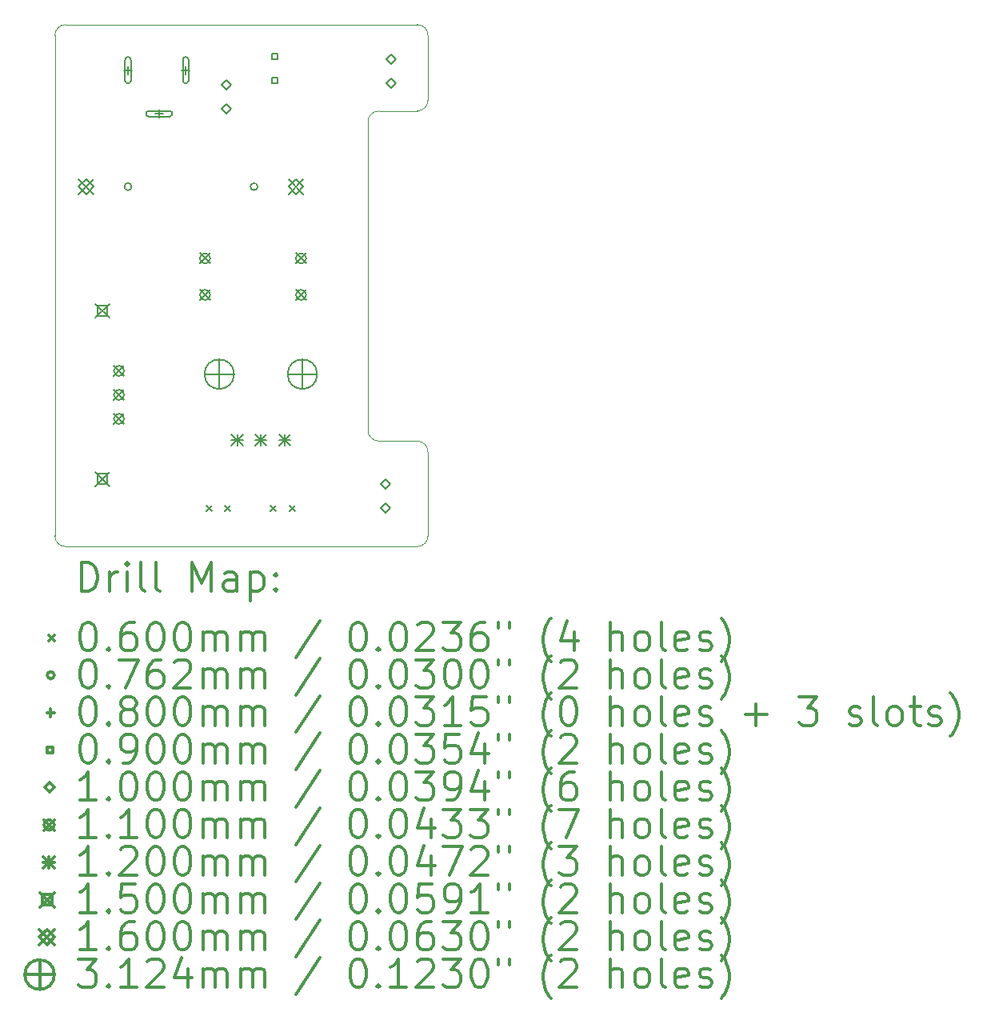
<source format=gbr>
%FSLAX45Y45*%
G04 Gerber Fmt 4.5, Leading zero omitted, Abs format (unit mm)*
G04 Created by KiCad (PCBNEW (5.1.10)-1) date 2021-12-28 21:38:36*
%MOMM*%
%LPD*%
G01*
G04 APERTURE LIST*
%TA.AperFunction,Profile*%
%ADD10C,0.100000*%
%TD*%
%ADD11C,0.200000*%
%ADD12C,0.300000*%
G04 APERTURE END LIST*
D10*
X7073900Y-11671300D02*
G75*
G02*
X6959600Y-11557000I0J114300D01*
G01*
X6959600Y-6261100D02*
G75*
G02*
X7073900Y-6146800I114300J0D01*
G01*
X10795000Y-6146800D02*
G75*
G02*
X10909300Y-6261100I0J-114300D01*
G01*
X10795000Y-10553700D02*
G75*
G02*
X10909300Y-10668000I0J-114300D01*
G01*
X10909300Y-11557000D02*
G75*
G02*
X10795000Y-11671300I-114300J0D01*
G01*
X10909300Y-6946900D02*
G75*
G02*
X10795000Y-7061200I-114300J0D01*
G01*
X10274300Y-7175500D02*
G75*
G02*
X10388600Y-7061200I114300J0D01*
G01*
X10388600Y-10553700D02*
G75*
G02*
X10274300Y-10439400I0J114300D01*
G01*
X6959600Y-6261100D02*
X6959600Y-6794500D01*
X7607300Y-6146800D02*
X7073900Y-6146800D01*
X10223500Y-11671300D02*
X10795000Y-11671300D01*
X10795000Y-6146800D02*
X10210800Y-6146800D01*
X7073900Y-11671300D02*
X10223500Y-11671300D01*
X6959600Y-6794500D02*
X6959600Y-11557000D01*
X7607300Y-6146800D02*
X10210800Y-6146800D01*
X10274300Y-10439400D02*
X10274300Y-7175500D01*
X10795000Y-10553700D02*
X10388600Y-10553700D01*
X10909300Y-10668000D02*
X10909300Y-11557000D01*
X10795000Y-7061200D02*
X10388600Y-7061200D01*
X10909300Y-6261100D02*
X10909300Y-6946900D01*
D11*
X8561550Y-11234900D02*
X8621550Y-11294900D01*
X8621550Y-11234900D02*
X8561550Y-11294900D01*
X8761550Y-11234900D02*
X8821550Y-11294900D01*
X8821550Y-11234900D02*
X8761550Y-11294900D01*
X9241000Y-11234900D02*
X9301000Y-11294900D01*
X9301000Y-11234900D02*
X9241000Y-11294900D01*
X9441000Y-11234900D02*
X9501000Y-11294900D01*
X9501000Y-11234900D02*
X9441000Y-11294900D01*
X7772400Y-7861300D02*
G75*
G03*
X7772400Y-7861300I-38100J0D01*
G01*
X9105900Y-7861300D02*
G75*
G03*
X9105900Y-7861300I-38100J0D01*
G01*
X7734300Y-6589400D02*
X7734300Y-6669400D01*
X7694300Y-6629400D02*
X7774300Y-6629400D01*
X7704300Y-6519400D02*
X7704300Y-6739400D01*
X7764300Y-6519400D02*
X7764300Y-6739400D01*
X7704300Y-6739400D02*
G75*
G03*
X7764300Y-6739400I30000J0D01*
G01*
X7764300Y-6519400D02*
G75*
G03*
X7704300Y-6519400I-30000J0D01*
G01*
X8064300Y-7049400D02*
X8064300Y-7129400D01*
X8024300Y-7089400D02*
X8104300Y-7089400D01*
X7954300Y-7119400D02*
X8174300Y-7119400D01*
X7954300Y-7059400D02*
X8174300Y-7059400D01*
X8174300Y-7119400D02*
G75*
G03*
X8174300Y-7059400I0J30000D01*
G01*
X7954300Y-7059400D02*
G75*
G03*
X7954300Y-7119400I0J-30000D01*
G01*
X8344300Y-6589400D02*
X8344300Y-6669400D01*
X8304300Y-6629400D02*
X8384300Y-6629400D01*
X8314300Y-6519400D02*
X8314300Y-6739400D01*
X8374300Y-6519400D02*
X8374300Y-6739400D01*
X8314300Y-6739400D02*
G75*
G03*
X8374300Y-6739400I30000J0D01*
G01*
X8374300Y-6519400D02*
G75*
G03*
X8314300Y-6519400I-30000J0D01*
G01*
X9320010Y-6514541D02*
X9320010Y-6450901D01*
X9256370Y-6450901D01*
X9256370Y-6514541D01*
X9320010Y-6514541D01*
X9320010Y-6768541D02*
X9320010Y-6704901D01*
X9256370Y-6704901D01*
X9256370Y-6768541D01*
X9320010Y-6768541D01*
X8775700Y-6831800D02*
X8825700Y-6781800D01*
X8775700Y-6731800D01*
X8725700Y-6781800D01*
X8775700Y-6831800D01*
X8775700Y-7085800D02*
X8825700Y-7035800D01*
X8775700Y-6985800D01*
X8725700Y-7035800D01*
X8775700Y-7085800D01*
X10458450Y-11058200D02*
X10508450Y-11008200D01*
X10458450Y-10958200D01*
X10408450Y-11008200D01*
X10458450Y-11058200D01*
X10458450Y-11312200D02*
X10508450Y-11262200D01*
X10458450Y-11212200D01*
X10408450Y-11262200D01*
X10458450Y-11312200D01*
X10521950Y-6562560D02*
X10571950Y-6512560D01*
X10521950Y-6462560D01*
X10471950Y-6512560D01*
X10521950Y-6562560D01*
X10521950Y-6816560D02*
X10571950Y-6766560D01*
X10521950Y-6716560D01*
X10471950Y-6766560D01*
X10521950Y-6816560D01*
X7584050Y-9755750D02*
X7694050Y-9865750D01*
X7694050Y-9755750D02*
X7584050Y-9865750D01*
X7694050Y-9810750D02*
G75*
G03*
X7694050Y-9810750I-55000J0D01*
G01*
X7584050Y-10009750D02*
X7694050Y-10119750D01*
X7694050Y-10009750D02*
X7584050Y-10119750D01*
X7694050Y-10064750D02*
G75*
G03*
X7694050Y-10064750I-55000J0D01*
G01*
X7584050Y-10263750D02*
X7694050Y-10373750D01*
X7694050Y-10263750D02*
X7584050Y-10373750D01*
X7694050Y-10318750D02*
G75*
G03*
X7694050Y-10318750I-55000J0D01*
G01*
X8494640Y-8565760D02*
X8604640Y-8675760D01*
X8604640Y-8565760D02*
X8494640Y-8675760D01*
X8604640Y-8620760D02*
G75*
G03*
X8604640Y-8620760I-55000J0D01*
G01*
X8494640Y-8951840D02*
X8604640Y-9061840D01*
X8604640Y-8951840D02*
X8494640Y-9061840D01*
X8604640Y-9006840D02*
G75*
G03*
X8604640Y-9006840I-55000J0D01*
G01*
X9510640Y-8565760D02*
X9620640Y-8675760D01*
X9620640Y-8565760D02*
X9510640Y-8675760D01*
X9620640Y-8620760D02*
G75*
G03*
X9620640Y-8620760I-55000J0D01*
G01*
X9510640Y-8951840D02*
X9620640Y-9061840D01*
X9620640Y-8951840D02*
X9510640Y-9061840D01*
X9620640Y-9006840D02*
G75*
G03*
X9620640Y-9006840I-55000J0D01*
G01*
X8830000Y-10486080D02*
X8950000Y-10606080D01*
X8950000Y-10486080D02*
X8830000Y-10606080D01*
X8890000Y-10486080D02*
X8890000Y-10606080D01*
X8830000Y-10546080D02*
X8950000Y-10546080D01*
X9080000Y-10486080D02*
X9200000Y-10606080D01*
X9200000Y-10486080D02*
X9080000Y-10606080D01*
X9140000Y-10486080D02*
X9140000Y-10606080D01*
X9080000Y-10546080D02*
X9200000Y-10546080D01*
X9330000Y-10486080D02*
X9450000Y-10606080D01*
X9450000Y-10486080D02*
X9330000Y-10606080D01*
X9390000Y-10486080D02*
X9390000Y-10606080D01*
X9330000Y-10546080D02*
X9450000Y-10546080D01*
X7386250Y-9099750D02*
X7536250Y-9249750D01*
X7536250Y-9099750D02*
X7386250Y-9249750D01*
X7514283Y-9227784D02*
X7514283Y-9121717D01*
X7408216Y-9121717D01*
X7408216Y-9227784D01*
X7514283Y-9227784D01*
X7386250Y-10879750D02*
X7536250Y-11029750D01*
X7536250Y-10879750D02*
X7386250Y-11029750D01*
X7514283Y-11007784D02*
X7514283Y-10901717D01*
X7408216Y-10901717D01*
X7408216Y-11007784D01*
X7514283Y-11007784D01*
X7209800Y-7781300D02*
X7369800Y-7941300D01*
X7369800Y-7781300D02*
X7209800Y-7941300D01*
X7289800Y-7941300D02*
X7369800Y-7861300D01*
X7289800Y-7781300D01*
X7209800Y-7861300D01*
X7289800Y-7941300D01*
X9432300Y-7781300D02*
X9592300Y-7941300D01*
X9592300Y-7781300D02*
X9432300Y-7941300D01*
X9512300Y-7941300D02*
X9592300Y-7861300D01*
X9512300Y-7781300D01*
X9432300Y-7861300D01*
X9512300Y-7941300D01*
X8700000Y-9689880D02*
X8700000Y-10002280D01*
X8543800Y-9846080D02*
X8856200Y-9846080D01*
X8856200Y-9846080D02*
G75*
G03*
X8856200Y-9846080I-156200J0D01*
G01*
X9580000Y-9689880D02*
X9580000Y-10002280D01*
X9423800Y-9846080D02*
X9736200Y-9846080D01*
X9736200Y-9846080D02*
G75*
G03*
X9736200Y-9846080I-156200J0D01*
G01*
D12*
X7241028Y-12142014D02*
X7241028Y-11842014D01*
X7312457Y-11842014D01*
X7355314Y-11856300D01*
X7383886Y-11884871D01*
X7398171Y-11913443D01*
X7412457Y-11970586D01*
X7412457Y-12013443D01*
X7398171Y-12070586D01*
X7383886Y-12099157D01*
X7355314Y-12127729D01*
X7312457Y-12142014D01*
X7241028Y-12142014D01*
X7541028Y-12142014D02*
X7541028Y-11942014D01*
X7541028Y-11999157D02*
X7555314Y-11970586D01*
X7569600Y-11956300D01*
X7598171Y-11942014D01*
X7626743Y-11942014D01*
X7726743Y-12142014D02*
X7726743Y-11942014D01*
X7726743Y-11842014D02*
X7712457Y-11856300D01*
X7726743Y-11870586D01*
X7741028Y-11856300D01*
X7726743Y-11842014D01*
X7726743Y-11870586D01*
X7912457Y-12142014D02*
X7883886Y-12127729D01*
X7869600Y-12099157D01*
X7869600Y-11842014D01*
X8069600Y-12142014D02*
X8041028Y-12127729D01*
X8026743Y-12099157D01*
X8026743Y-11842014D01*
X8412457Y-12142014D02*
X8412457Y-11842014D01*
X8512457Y-12056300D01*
X8612457Y-11842014D01*
X8612457Y-12142014D01*
X8883886Y-12142014D02*
X8883886Y-11984871D01*
X8869600Y-11956300D01*
X8841028Y-11942014D01*
X8783886Y-11942014D01*
X8755314Y-11956300D01*
X8883886Y-12127729D02*
X8855314Y-12142014D01*
X8783886Y-12142014D01*
X8755314Y-12127729D01*
X8741028Y-12099157D01*
X8741028Y-12070586D01*
X8755314Y-12042014D01*
X8783886Y-12027729D01*
X8855314Y-12027729D01*
X8883886Y-12013443D01*
X9026743Y-11942014D02*
X9026743Y-12242014D01*
X9026743Y-11956300D02*
X9055314Y-11942014D01*
X9112457Y-11942014D01*
X9141028Y-11956300D01*
X9155314Y-11970586D01*
X9169600Y-11999157D01*
X9169600Y-12084871D01*
X9155314Y-12113443D01*
X9141028Y-12127729D01*
X9112457Y-12142014D01*
X9055314Y-12142014D01*
X9026743Y-12127729D01*
X9298171Y-12113443D02*
X9312457Y-12127729D01*
X9298171Y-12142014D01*
X9283886Y-12127729D01*
X9298171Y-12113443D01*
X9298171Y-12142014D01*
X9298171Y-11956300D02*
X9312457Y-11970586D01*
X9298171Y-11984871D01*
X9283886Y-11970586D01*
X9298171Y-11956300D01*
X9298171Y-11984871D01*
X6894600Y-12606300D02*
X6954600Y-12666300D01*
X6954600Y-12606300D02*
X6894600Y-12666300D01*
X7298171Y-12472014D02*
X7326743Y-12472014D01*
X7355314Y-12486300D01*
X7369600Y-12500586D01*
X7383886Y-12529157D01*
X7398171Y-12586300D01*
X7398171Y-12657729D01*
X7383886Y-12714871D01*
X7369600Y-12743443D01*
X7355314Y-12757729D01*
X7326743Y-12772014D01*
X7298171Y-12772014D01*
X7269600Y-12757729D01*
X7255314Y-12743443D01*
X7241028Y-12714871D01*
X7226743Y-12657729D01*
X7226743Y-12586300D01*
X7241028Y-12529157D01*
X7255314Y-12500586D01*
X7269600Y-12486300D01*
X7298171Y-12472014D01*
X7526743Y-12743443D02*
X7541028Y-12757729D01*
X7526743Y-12772014D01*
X7512457Y-12757729D01*
X7526743Y-12743443D01*
X7526743Y-12772014D01*
X7798171Y-12472014D02*
X7741028Y-12472014D01*
X7712457Y-12486300D01*
X7698171Y-12500586D01*
X7669600Y-12543443D01*
X7655314Y-12600586D01*
X7655314Y-12714871D01*
X7669600Y-12743443D01*
X7683886Y-12757729D01*
X7712457Y-12772014D01*
X7769600Y-12772014D01*
X7798171Y-12757729D01*
X7812457Y-12743443D01*
X7826743Y-12714871D01*
X7826743Y-12643443D01*
X7812457Y-12614871D01*
X7798171Y-12600586D01*
X7769600Y-12586300D01*
X7712457Y-12586300D01*
X7683886Y-12600586D01*
X7669600Y-12614871D01*
X7655314Y-12643443D01*
X8012457Y-12472014D02*
X8041028Y-12472014D01*
X8069600Y-12486300D01*
X8083886Y-12500586D01*
X8098171Y-12529157D01*
X8112457Y-12586300D01*
X8112457Y-12657729D01*
X8098171Y-12714871D01*
X8083886Y-12743443D01*
X8069600Y-12757729D01*
X8041028Y-12772014D01*
X8012457Y-12772014D01*
X7983886Y-12757729D01*
X7969600Y-12743443D01*
X7955314Y-12714871D01*
X7941028Y-12657729D01*
X7941028Y-12586300D01*
X7955314Y-12529157D01*
X7969600Y-12500586D01*
X7983886Y-12486300D01*
X8012457Y-12472014D01*
X8298171Y-12472014D02*
X8326743Y-12472014D01*
X8355314Y-12486300D01*
X8369600Y-12500586D01*
X8383886Y-12529157D01*
X8398171Y-12586300D01*
X8398171Y-12657729D01*
X8383886Y-12714871D01*
X8369600Y-12743443D01*
X8355314Y-12757729D01*
X8326743Y-12772014D01*
X8298171Y-12772014D01*
X8269600Y-12757729D01*
X8255314Y-12743443D01*
X8241028Y-12714871D01*
X8226743Y-12657729D01*
X8226743Y-12586300D01*
X8241028Y-12529157D01*
X8255314Y-12500586D01*
X8269600Y-12486300D01*
X8298171Y-12472014D01*
X8526743Y-12772014D02*
X8526743Y-12572014D01*
X8526743Y-12600586D02*
X8541028Y-12586300D01*
X8569600Y-12572014D01*
X8612457Y-12572014D01*
X8641028Y-12586300D01*
X8655314Y-12614871D01*
X8655314Y-12772014D01*
X8655314Y-12614871D02*
X8669600Y-12586300D01*
X8698171Y-12572014D01*
X8741028Y-12572014D01*
X8769600Y-12586300D01*
X8783886Y-12614871D01*
X8783886Y-12772014D01*
X8926743Y-12772014D02*
X8926743Y-12572014D01*
X8926743Y-12600586D02*
X8941028Y-12586300D01*
X8969600Y-12572014D01*
X9012457Y-12572014D01*
X9041028Y-12586300D01*
X9055314Y-12614871D01*
X9055314Y-12772014D01*
X9055314Y-12614871D02*
X9069600Y-12586300D01*
X9098171Y-12572014D01*
X9141028Y-12572014D01*
X9169600Y-12586300D01*
X9183886Y-12614871D01*
X9183886Y-12772014D01*
X9769600Y-12457729D02*
X9512457Y-12843443D01*
X10155314Y-12472014D02*
X10183886Y-12472014D01*
X10212457Y-12486300D01*
X10226743Y-12500586D01*
X10241028Y-12529157D01*
X10255314Y-12586300D01*
X10255314Y-12657729D01*
X10241028Y-12714871D01*
X10226743Y-12743443D01*
X10212457Y-12757729D01*
X10183886Y-12772014D01*
X10155314Y-12772014D01*
X10126743Y-12757729D01*
X10112457Y-12743443D01*
X10098171Y-12714871D01*
X10083886Y-12657729D01*
X10083886Y-12586300D01*
X10098171Y-12529157D01*
X10112457Y-12500586D01*
X10126743Y-12486300D01*
X10155314Y-12472014D01*
X10383886Y-12743443D02*
X10398171Y-12757729D01*
X10383886Y-12772014D01*
X10369600Y-12757729D01*
X10383886Y-12743443D01*
X10383886Y-12772014D01*
X10583886Y-12472014D02*
X10612457Y-12472014D01*
X10641028Y-12486300D01*
X10655314Y-12500586D01*
X10669600Y-12529157D01*
X10683886Y-12586300D01*
X10683886Y-12657729D01*
X10669600Y-12714871D01*
X10655314Y-12743443D01*
X10641028Y-12757729D01*
X10612457Y-12772014D01*
X10583886Y-12772014D01*
X10555314Y-12757729D01*
X10541028Y-12743443D01*
X10526743Y-12714871D01*
X10512457Y-12657729D01*
X10512457Y-12586300D01*
X10526743Y-12529157D01*
X10541028Y-12500586D01*
X10555314Y-12486300D01*
X10583886Y-12472014D01*
X10798171Y-12500586D02*
X10812457Y-12486300D01*
X10841028Y-12472014D01*
X10912457Y-12472014D01*
X10941028Y-12486300D01*
X10955314Y-12500586D01*
X10969600Y-12529157D01*
X10969600Y-12557729D01*
X10955314Y-12600586D01*
X10783886Y-12772014D01*
X10969600Y-12772014D01*
X11069600Y-12472014D02*
X11255314Y-12472014D01*
X11155314Y-12586300D01*
X11198171Y-12586300D01*
X11226743Y-12600586D01*
X11241028Y-12614871D01*
X11255314Y-12643443D01*
X11255314Y-12714871D01*
X11241028Y-12743443D01*
X11226743Y-12757729D01*
X11198171Y-12772014D01*
X11112457Y-12772014D01*
X11083886Y-12757729D01*
X11069600Y-12743443D01*
X11512457Y-12472014D02*
X11455314Y-12472014D01*
X11426743Y-12486300D01*
X11412457Y-12500586D01*
X11383886Y-12543443D01*
X11369600Y-12600586D01*
X11369600Y-12714871D01*
X11383886Y-12743443D01*
X11398171Y-12757729D01*
X11426743Y-12772014D01*
X11483886Y-12772014D01*
X11512457Y-12757729D01*
X11526743Y-12743443D01*
X11541028Y-12714871D01*
X11541028Y-12643443D01*
X11526743Y-12614871D01*
X11512457Y-12600586D01*
X11483886Y-12586300D01*
X11426743Y-12586300D01*
X11398171Y-12600586D01*
X11383886Y-12614871D01*
X11369600Y-12643443D01*
X11655314Y-12472014D02*
X11655314Y-12529157D01*
X11769600Y-12472014D02*
X11769600Y-12529157D01*
X12212457Y-12886300D02*
X12198171Y-12872014D01*
X12169600Y-12829157D01*
X12155314Y-12800586D01*
X12141028Y-12757729D01*
X12126743Y-12686300D01*
X12126743Y-12629157D01*
X12141028Y-12557729D01*
X12155314Y-12514871D01*
X12169600Y-12486300D01*
X12198171Y-12443443D01*
X12212457Y-12429157D01*
X12455314Y-12572014D02*
X12455314Y-12772014D01*
X12383886Y-12457729D02*
X12312457Y-12672014D01*
X12498171Y-12672014D01*
X12841028Y-12772014D02*
X12841028Y-12472014D01*
X12969600Y-12772014D02*
X12969600Y-12614871D01*
X12955314Y-12586300D01*
X12926743Y-12572014D01*
X12883886Y-12572014D01*
X12855314Y-12586300D01*
X12841028Y-12600586D01*
X13155314Y-12772014D02*
X13126743Y-12757729D01*
X13112457Y-12743443D01*
X13098171Y-12714871D01*
X13098171Y-12629157D01*
X13112457Y-12600586D01*
X13126743Y-12586300D01*
X13155314Y-12572014D01*
X13198171Y-12572014D01*
X13226743Y-12586300D01*
X13241028Y-12600586D01*
X13255314Y-12629157D01*
X13255314Y-12714871D01*
X13241028Y-12743443D01*
X13226743Y-12757729D01*
X13198171Y-12772014D01*
X13155314Y-12772014D01*
X13426743Y-12772014D02*
X13398171Y-12757729D01*
X13383886Y-12729157D01*
X13383886Y-12472014D01*
X13655314Y-12757729D02*
X13626743Y-12772014D01*
X13569600Y-12772014D01*
X13541028Y-12757729D01*
X13526743Y-12729157D01*
X13526743Y-12614871D01*
X13541028Y-12586300D01*
X13569600Y-12572014D01*
X13626743Y-12572014D01*
X13655314Y-12586300D01*
X13669600Y-12614871D01*
X13669600Y-12643443D01*
X13526743Y-12672014D01*
X13783886Y-12757729D02*
X13812457Y-12772014D01*
X13869600Y-12772014D01*
X13898171Y-12757729D01*
X13912457Y-12729157D01*
X13912457Y-12714871D01*
X13898171Y-12686300D01*
X13869600Y-12672014D01*
X13826743Y-12672014D01*
X13798171Y-12657729D01*
X13783886Y-12629157D01*
X13783886Y-12614871D01*
X13798171Y-12586300D01*
X13826743Y-12572014D01*
X13869600Y-12572014D01*
X13898171Y-12586300D01*
X14012457Y-12886300D02*
X14026743Y-12872014D01*
X14055314Y-12829157D01*
X14069600Y-12800586D01*
X14083886Y-12757729D01*
X14098171Y-12686300D01*
X14098171Y-12629157D01*
X14083886Y-12557729D01*
X14069600Y-12514871D01*
X14055314Y-12486300D01*
X14026743Y-12443443D01*
X14012457Y-12429157D01*
X6954600Y-13032300D02*
G75*
G03*
X6954600Y-13032300I-38100J0D01*
G01*
X7298171Y-12868014D02*
X7326743Y-12868014D01*
X7355314Y-12882300D01*
X7369600Y-12896586D01*
X7383886Y-12925157D01*
X7398171Y-12982300D01*
X7398171Y-13053729D01*
X7383886Y-13110871D01*
X7369600Y-13139443D01*
X7355314Y-13153729D01*
X7326743Y-13168014D01*
X7298171Y-13168014D01*
X7269600Y-13153729D01*
X7255314Y-13139443D01*
X7241028Y-13110871D01*
X7226743Y-13053729D01*
X7226743Y-12982300D01*
X7241028Y-12925157D01*
X7255314Y-12896586D01*
X7269600Y-12882300D01*
X7298171Y-12868014D01*
X7526743Y-13139443D02*
X7541028Y-13153729D01*
X7526743Y-13168014D01*
X7512457Y-13153729D01*
X7526743Y-13139443D01*
X7526743Y-13168014D01*
X7641028Y-12868014D02*
X7841028Y-12868014D01*
X7712457Y-13168014D01*
X8083886Y-12868014D02*
X8026743Y-12868014D01*
X7998171Y-12882300D01*
X7983886Y-12896586D01*
X7955314Y-12939443D01*
X7941028Y-12996586D01*
X7941028Y-13110871D01*
X7955314Y-13139443D01*
X7969600Y-13153729D01*
X7998171Y-13168014D01*
X8055314Y-13168014D01*
X8083886Y-13153729D01*
X8098171Y-13139443D01*
X8112457Y-13110871D01*
X8112457Y-13039443D01*
X8098171Y-13010871D01*
X8083886Y-12996586D01*
X8055314Y-12982300D01*
X7998171Y-12982300D01*
X7969600Y-12996586D01*
X7955314Y-13010871D01*
X7941028Y-13039443D01*
X8226743Y-12896586D02*
X8241028Y-12882300D01*
X8269600Y-12868014D01*
X8341028Y-12868014D01*
X8369600Y-12882300D01*
X8383886Y-12896586D01*
X8398171Y-12925157D01*
X8398171Y-12953729D01*
X8383886Y-12996586D01*
X8212457Y-13168014D01*
X8398171Y-13168014D01*
X8526743Y-13168014D02*
X8526743Y-12968014D01*
X8526743Y-12996586D02*
X8541028Y-12982300D01*
X8569600Y-12968014D01*
X8612457Y-12968014D01*
X8641028Y-12982300D01*
X8655314Y-13010871D01*
X8655314Y-13168014D01*
X8655314Y-13010871D02*
X8669600Y-12982300D01*
X8698171Y-12968014D01*
X8741028Y-12968014D01*
X8769600Y-12982300D01*
X8783886Y-13010871D01*
X8783886Y-13168014D01*
X8926743Y-13168014D02*
X8926743Y-12968014D01*
X8926743Y-12996586D02*
X8941028Y-12982300D01*
X8969600Y-12968014D01*
X9012457Y-12968014D01*
X9041028Y-12982300D01*
X9055314Y-13010871D01*
X9055314Y-13168014D01*
X9055314Y-13010871D02*
X9069600Y-12982300D01*
X9098171Y-12968014D01*
X9141028Y-12968014D01*
X9169600Y-12982300D01*
X9183886Y-13010871D01*
X9183886Y-13168014D01*
X9769600Y-12853729D02*
X9512457Y-13239443D01*
X10155314Y-12868014D02*
X10183886Y-12868014D01*
X10212457Y-12882300D01*
X10226743Y-12896586D01*
X10241028Y-12925157D01*
X10255314Y-12982300D01*
X10255314Y-13053729D01*
X10241028Y-13110871D01*
X10226743Y-13139443D01*
X10212457Y-13153729D01*
X10183886Y-13168014D01*
X10155314Y-13168014D01*
X10126743Y-13153729D01*
X10112457Y-13139443D01*
X10098171Y-13110871D01*
X10083886Y-13053729D01*
X10083886Y-12982300D01*
X10098171Y-12925157D01*
X10112457Y-12896586D01*
X10126743Y-12882300D01*
X10155314Y-12868014D01*
X10383886Y-13139443D02*
X10398171Y-13153729D01*
X10383886Y-13168014D01*
X10369600Y-13153729D01*
X10383886Y-13139443D01*
X10383886Y-13168014D01*
X10583886Y-12868014D02*
X10612457Y-12868014D01*
X10641028Y-12882300D01*
X10655314Y-12896586D01*
X10669600Y-12925157D01*
X10683886Y-12982300D01*
X10683886Y-13053729D01*
X10669600Y-13110871D01*
X10655314Y-13139443D01*
X10641028Y-13153729D01*
X10612457Y-13168014D01*
X10583886Y-13168014D01*
X10555314Y-13153729D01*
X10541028Y-13139443D01*
X10526743Y-13110871D01*
X10512457Y-13053729D01*
X10512457Y-12982300D01*
X10526743Y-12925157D01*
X10541028Y-12896586D01*
X10555314Y-12882300D01*
X10583886Y-12868014D01*
X10783886Y-12868014D02*
X10969600Y-12868014D01*
X10869600Y-12982300D01*
X10912457Y-12982300D01*
X10941028Y-12996586D01*
X10955314Y-13010871D01*
X10969600Y-13039443D01*
X10969600Y-13110871D01*
X10955314Y-13139443D01*
X10941028Y-13153729D01*
X10912457Y-13168014D01*
X10826743Y-13168014D01*
X10798171Y-13153729D01*
X10783886Y-13139443D01*
X11155314Y-12868014D02*
X11183886Y-12868014D01*
X11212457Y-12882300D01*
X11226743Y-12896586D01*
X11241028Y-12925157D01*
X11255314Y-12982300D01*
X11255314Y-13053729D01*
X11241028Y-13110871D01*
X11226743Y-13139443D01*
X11212457Y-13153729D01*
X11183886Y-13168014D01*
X11155314Y-13168014D01*
X11126743Y-13153729D01*
X11112457Y-13139443D01*
X11098171Y-13110871D01*
X11083886Y-13053729D01*
X11083886Y-12982300D01*
X11098171Y-12925157D01*
X11112457Y-12896586D01*
X11126743Y-12882300D01*
X11155314Y-12868014D01*
X11441028Y-12868014D02*
X11469600Y-12868014D01*
X11498171Y-12882300D01*
X11512457Y-12896586D01*
X11526743Y-12925157D01*
X11541028Y-12982300D01*
X11541028Y-13053729D01*
X11526743Y-13110871D01*
X11512457Y-13139443D01*
X11498171Y-13153729D01*
X11469600Y-13168014D01*
X11441028Y-13168014D01*
X11412457Y-13153729D01*
X11398171Y-13139443D01*
X11383886Y-13110871D01*
X11369600Y-13053729D01*
X11369600Y-12982300D01*
X11383886Y-12925157D01*
X11398171Y-12896586D01*
X11412457Y-12882300D01*
X11441028Y-12868014D01*
X11655314Y-12868014D02*
X11655314Y-12925157D01*
X11769600Y-12868014D02*
X11769600Y-12925157D01*
X12212457Y-13282300D02*
X12198171Y-13268014D01*
X12169600Y-13225157D01*
X12155314Y-13196586D01*
X12141028Y-13153729D01*
X12126743Y-13082300D01*
X12126743Y-13025157D01*
X12141028Y-12953729D01*
X12155314Y-12910871D01*
X12169600Y-12882300D01*
X12198171Y-12839443D01*
X12212457Y-12825157D01*
X12312457Y-12896586D02*
X12326743Y-12882300D01*
X12355314Y-12868014D01*
X12426743Y-12868014D01*
X12455314Y-12882300D01*
X12469600Y-12896586D01*
X12483886Y-12925157D01*
X12483886Y-12953729D01*
X12469600Y-12996586D01*
X12298171Y-13168014D01*
X12483886Y-13168014D01*
X12841028Y-13168014D02*
X12841028Y-12868014D01*
X12969600Y-13168014D02*
X12969600Y-13010871D01*
X12955314Y-12982300D01*
X12926743Y-12968014D01*
X12883886Y-12968014D01*
X12855314Y-12982300D01*
X12841028Y-12996586D01*
X13155314Y-13168014D02*
X13126743Y-13153729D01*
X13112457Y-13139443D01*
X13098171Y-13110871D01*
X13098171Y-13025157D01*
X13112457Y-12996586D01*
X13126743Y-12982300D01*
X13155314Y-12968014D01*
X13198171Y-12968014D01*
X13226743Y-12982300D01*
X13241028Y-12996586D01*
X13255314Y-13025157D01*
X13255314Y-13110871D01*
X13241028Y-13139443D01*
X13226743Y-13153729D01*
X13198171Y-13168014D01*
X13155314Y-13168014D01*
X13426743Y-13168014D02*
X13398171Y-13153729D01*
X13383886Y-13125157D01*
X13383886Y-12868014D01*
X13655314Y-13153729D02*
X13626743Y-13168014D01*
X13569600Y-13168014D01*
X13541028Y-13153729D01*
X13526743Y-13125157D01*
X13526743Y-13010871D01*
X13541028Y-12982300D01*
X13569600Y-12968014D01*
X13626743Y-12968014D01*
X13655314Y-12982300D01*
X13669600Y-13010871D01*
X13669600Y-13039443D01*
X13526743Y-13068014D01*
X13783886Y-13153729D02*
X13812457Y-13168014D01*
X13869600Y-13168014D01*
X13898171Y-13153729D01*
X13912457Y-13125157D01*
X13912457Y-13110871D01*
X13898171Y-13082300D01*
X13869600Y-13068014D01*
X13826743Y-13068014D01*
X13798171Y-13053729D01*
X13783886Y-13025157D01*
X13783886Y-13010871D01*
X13798171Y-12982300D01*
X13826743Y-12968014D01*
X13869600Y-12968014D01*
X13898171Y-12982300D01*
X14012457Y-13282300D02*
X14026743Y-13268014D01*
X14055314Y-13225157D01*
X14069600Y-13196586D01*
X14083886Y-13153729D01*
X14098171Y-13082300D01*
X14098171Y-13025157D01*
X14083886Y-12953729D01*
X14069600Y-12910871D01*
X14055314Y-12882300D01*
X14026743Y-12839443D01*
X14012457Y-12825157D01*
X6914600Y-13388300D02*
X6914600Y-13468300D01*
X6874600Y-13428300D02*
X6954600Y-13428300D01*
X7298171Y-13264014D02*
X7326743Y-13264014D01*
X7355314Y-13278300D01*
X7369600Y-13292586D01*
X7383886Y-13321157D01*
X7398171Y-13378300D01*
X7398171Y-13449729D01*
X7383886Y-13506871D01*
X7369600Y-13535443D01*
X7355314Y-13549729D01*
X7326743Y-13564014D01*
X7298171Y-13564014D01*
X7269600Y-13549729D01*
X7255314Y-13535443D01*
X7241028Y-13506871D01*
X7226743Y-13449729D01*
X7226743Y-13378300D01*
X7241028Y-13321157D01*
X7255314Y-13292586D01*
X7269600Y-13278300D01*
X7298171Y-13264014D01*
X7526743Y-13535443D02*
X7541028Y-13549729D01*
X7526743Y-13564014D01*
X7512457Y-13549729D01*
X7526743Y-13535443D01*
X7526743Y-13564014D01*
X7712457Y-13392586D02*
X7683886Y-13378300D01*
X7669600Y-13364014D01*
X7655314Y-13335443D01*
X7655314Y-13321157D01*
X7669600Y-13292586D01*
X7683886Y-13278300D01*
X7712457Y-13264014D01*
X7769600Y-13264014D01*
X7798171Y-13278300D01*
X7812457Y-13292586D01*
X7826743Y-13321157D01*
X7826743Y-13335443D01*
X7812457Y-13364014D01*
X7798171Y-13378300D01*
X7769600Y-13392586D01*
X7712457Y-13392586D01*
X7683886Y-13406871D01*
X7669600Y-13421157D01*
X7655314Y-13449729D01*
X7655314Y-13506871D01*
X7669600Y-13535443D01*
X7683886Y-13549729D01*
X7712457Y-13564014D01*
X7769600Y-13564014D01*
X7798171Y-13549729D01*
X7812457Y-13535443D01*
X7826743Y-13506871D01*
X7826743Y-13449729D01*
X7812457Y-13421157D01*
X7798171Y-13406871D01*
X7769600Y-13392586D01*
X8012457Y-13264014D02*
X8041028Y-13264014D01*
X8069600Y-13278300D01*
X8083886Y-13292586D01*
X8098171Y-13321157D01*
X8112457Y-13378300D01*
X8112457Y-13449729D01*
X8098171Y-13506871D01*
X8083886Y-13535443D01*
X8069600Y-13549729D01*
X8041028Y-13564014D01*
X8012457Y-13564014D01*
X7983886Y-13549729D01*
X7969600Y-13535443D01*
X7955314Y-13506871D01*
X7941028Y-13449729D01*
X7941028Y-13378300D01*
X7955314Y-13321157D01*
X7969600Y-13292586D01*
X7983886Y-13278300D01*
X8012457Y-13264014D01*
X8298171Y-13264014D02*
X8326743Y-13264014D01*
X8355314Y-13278300D01*
X8369600Y-13292586D01*
X8383886Y-13321157D01*
X8398171Y-13378300D01*
X8398171Y-13449729D01*
X8383886Y-13506871D01*
X8369600Y-13535443D01*
X8355314Y-13549729D01*
X8326743Y-13564014D01*
X8298171Y-13564014D01*
X8269600Y-13549729D01*
X8255314Y-13535443D01*
X8241028Y-13506871D01*
X8226743Y-13449729D01*
X8226743Y-13378300D01*
X8241028Y-13321157D01*
X8255314Y-13292586D01*
X8269600Y-13278300D01*
X8298171Y-13264014D01*
X8526743Y-13564014D02*
X8526743Y-13364014D01*
X8526743Y-13392586D02*
X8541028Y-13378300D01*
X8569600Y-13364014D01*
X8612457Y-13364014D01*
X8641028Y-13378300D01*
X8655314Y-13406871D01*
X8655314Y-13564014D01*
X8655314Y-13406871D02*
X8669600Y-13378300D01*
X8698171Y-13364014D01*
X8741028Y-13364014D01*
X8769600Y-13378300D01*
X8783886Y-13406871D01*
X8783886Y-13564014D01*
X8926743Y-13564014D02*
X8926743Y-13364014D01*
X8926743Y-13392586D02*
X8941028Y-13378300D01*
X8969600Y-13364014D01*
X9012457Y-13364014D01*
X9041028Y-13378300D01*
X9055314Y-13406871D01*
X9055314Y-13564014D01*
X9055314Y-13406871D02*
X9069600Y-13378300D01*
X9098171Y-13364014D01*
X9141028Y-13364014D01*
X9169600Y-13378300D01*
X9183886Y-13406871D01*
X9183886Y-13564014D01*
X9769600Y-13249729D02*
X9512457Y-13635443D01*
X10155314Y-13264014D02*
X10183886Y-13264014D01*
X10212457Y-13278300D01*
X10226743Y-13292586D01*
X10241028Y-13321157D01*
X10255314Y-13378300D01*
X10255314Y-13449729D01*
X10241028Y-13506871D01*
X10226743Y-13535443D01*
X10212457Y-13549729D01*
X10183886Y-13564014D01*
X10155314Y-13564014D01*
X10126743Y-13549729D01*
X10112457Y-13535443D01*
X10098171Y-13506871D01*
X10083886Y-13449729D01*
X10083886Y-13378300D01*
X10098171Y-13321157D01*
X10112457Y-13292586D01*
X10126743Y-13278300D01*
X10155314Y-13264014D01*
X10383886Y-13535443D02*
X10398171Y-13549729D01*
X10383886Y-13564014D01*
X10369600Y-13549729D01*
X10383886Y-13535443D01*
X10383886Y-13564014D01*
X10583886Y-13264014D02*
X10612457Y-13264014D01*
X10641028Y-13278300D01*
X10655314Y-13292586D01*
X10669600Y-13321157D01*
X10683886Y-13378300D01*
X10683886Y-13449729D01*
X10669600Y-13506871D01*
X10655314Y-13535443D01*
X10641028Y-13549729D01*
X10612457Y-13564014D01*
X10583886Y-13564014D01*
X10555314Y-13549729D01*
X10541028Y-13535443D01*
X10526743Y-13506871D01*
X10512457Y-13449729D01*
X10512457Y-13378300D01*
X10526743Y-13321157D01*
X10541028Y-13292586D01*
X10555314Y-13278300D01*
X10583886Y-13264014D01*
X10783886Y-13264014D02*
X10969600Y-13264014D01*
X10869600Y-13378300D01*
X10912457Y-13378300D01*
X10941028Y-13392586D01*
X10955314Y-13406871D01*
X10969600Y-13435443D01*
X10969600Y-13506871D01*
X10955314Y-13535443D01*
X10941028Y-13549729D01*
X10912457Y-13564014D01*
X10826743Y-13564014D01*
X10798171Y-13549729D01*
X10783886Y-13535443D01*
X11255314Y-13564014D02*
X11083886Y-13564014D01*
X11169600Y-13564014D02*
X11169600Y-13264014D01*
X11141028Y-13306871D01*
X11112457Y-13335443D01*
X11083886Y-13349729D01*
X11526743Y-13264014D02*
X11383886Y-13264014D01*
X11369600Y-13406871D01*
X11383886Y-13392586D01*
X11412457Y-13378300D01*
X11483886Y-13378300D01*
X11512457Y-13392586D01*
X11526743Y-13406871D01*
X11541028Y-13435443D01*
X11541028Y-13506871D01*
X11526743Y-13535443D01*
X11512457Y-13549729D01*
X11483886Y-13564014D01*
X11412457Y-13564014D01*
X11383886Y-13549729D01*
X11369600Y-13535443D01*
X11655314Y-13264014D02*
X11655314Y-13321157D01*
X11769600Y-13264014D02*
X11769600Y-13321157D01*
X12212457Y-13678300D02*
X12198171Y-13664014D01*
X12169600Y-13621157D01*
X12155314Y-13592586D01*
X12141028Y-13549729D01*
X12126743Y-13478300D01*
X12126743Y-13421157D01*
X12141028Y-13349729D01*
X12155314Y-13306871D01*
X12169600Y-13278300D01*
X12198171Y-13235443D01*
X12212457Y-13221157D01*
X12383886Y-13264014D02*
X12412457Y-13264014D01*
X12441028Y-13278300D01*
X12455314Y-13292586D01*
X12469600Y-13321157D01*
X12483886Y-13378300D01*
X12483886Y-13449729D01*
X12469600Y-13506871D01*
X12455314Y-13535443D01*
X12441028Y-13549729D01*
X12412457Y-13564014D01*
X12383886Y-13564014D01*
X12355314Y-13549729D01*
X12341028Y-13535443D01*
X12326743Y-13506871D01*
X12312457Y-13449729D01*
X12312457Y-13378300D01*
X12326743Y-13321157D01*
X12341028Y-13292586D01*
X12355314Y-13278300D01*
X12383886Y-13264014D01*
X12841028Y-13564014D02*
X12841028Y-13264014D01*
X12969600Y-13564014D02*
X12969600Y-13406871D01*
X12955314Y-13378300D01*
X12926743Y-13364014D01*
X12883886Y-13364014D01*
X12855314Y-13378300D01*
X12841028Y-13392586D01*
X13155314Y-13564014D02*
X13126743Y-13549729D01*
X13112457Y-13535443D01*
X13098171Y-13506871D01*
X13098171Y-13421157D01*
X13112457Y-13392586D01*
X13126743Y-13378300D01*
X13155314Y-13364014D01*
X13198171Y-13364014D01*
X13226743Y-13378300D01*
X13241028Y-13392586D01*
X13255314Y-13421157D01*
X13255314Y-13506871D01*
X13241028Y-13535443D01*
X13226743Y-13549729D01*
X13198171Y-13564014D01*
X13155314Y-13564014D01*
X13426743Y-13564014D02*
X13398171Y-13549729D01*
X13383886Y-13521157D01*
X13383886Y-13264014D01*
X13655314Y-13549729D02*
X13626743Y-13564014D01*
X13569600Y-13564014D01*
X13541028Y-13549729D01*
X13526743Y-13521157D01*
X13526743Y-13406871D01*
X13541028Y-13378300D01*
X13569600Y-13364014D01*
X13626743Y-13364014D01*
X13655314Y-13378300D01*
X13669600Y-13406871D01*
X13669600Y-13435443D01*
X13526743Y-13464014D01*
X13783886Y-13549729D02*
X13812457Y-13564014D01*
X13869600Y-13564014D01*
X13898171Y-13549729D01*
X13912457Y-13521157D01*
X13912457Y-13506871D01*
X13898171Y-13478300D01*
X13869600Y-13464014D01*
X13826743Y-13464014D01*
X13798171Y-13449729D01*
X13783886Y-13421157D01*
X13783886Y-13406871D01*
X13798171Y-13378300D01*
X13826743Y-13364014D01*
X13869600Y-13364014D01*
X13898171Y-13378300D01*
X14269600Y-13449729D02*
X14498171Y-13449729D01*
X14383886Y-13564014D02*
X14383886Y-13335443D01*
X14841028Y-13264014D02*
X15026743Y-13264014D01*
X14926743Y-13378300D01*
X14969600Y-13378300D01*
X14998171Y-13392586D01*
X15012457Y-13406871D01*
X15026743Y-13435443D01*
X15026743Y-13506871D01*
X15012457Y-13535443D01*
X14998171Y-13549729D01*
X14969600Y-13564014D01*
X14883886Y-13564014D01*
X14855314Y-13549729D01*
X14841028Y-13535443D01*
X15369600Y-13549729D02*
X15398171Y-13564014D01*
X15455314Y-13564014D01*
X15483886Y-13549729D01*
X15498171Y-13521157D01*
X15498171Y-13506871D01*
X15483886Y-13478300D01*
X15455314Y-13464014D01*
X15412457Y-13464014D01*
X15383886Y-13449729D01*
X15369600Y-13421157D01*
X15369600Y-13406871D01*
X15383886Y-13378300D01*
X15412457Y-13364014D01*
X15455314Y-13364014D01*
X15483886Y-13378300D01*
X15669600Y-13564014D02*
X15641028Y-13549729D01*
X15626743Y-13521157D01*
X15626743Y-13264014D01*
X15826743Y-13564014D02*
X15798171Y-13549729D01*
X15783886Y-13535443D01*
X15769600Y-13506871D01*
X15769600Y-13421157D01*
X15783886Y-13392586D01*
X15798171Y-13378300D01*
X15826743Y-13364014D01*
X15869600Y-13364014D01*
X15898171Y-13378300D01*
X15912457Y-13392586D01*
X15926743Y-13421157D01*
X15926743Y-13506871D01*
X15912457Y-13535443D01*
X15898171Y-13549729D01*
X15869600Y-13564014D01*
X15826743Y-13564014D01*
X16012457Y-13364014D02*
X16126743Y-13364014D01*
X16055314Y-13264014D02*
X16055314Y-13521157D01*
X16069600Y-13549729D01*
X16098171Y-13564014D01*
X16126743Y-13564014D01*
X16212457Y-13549729D02*
X16241028Y-13564014D01*
X16298171Y-13564014D01*
X16326743Y-13549729D01*
X16341028Y-13521157D01*
X16341028Y-13506871D01*
X16326743Y-13478300D01*
X16298171Y-13464014D01*
X16255314Y-13464014D01*
X16226743Y-13449729D01*
X16212457Y-13421157D01*
X16212457Y-13406871D01*
X16226743Y-13378300D01*
X16255314Y-13364014D01*
X16298171Y-13364014D01*
X16326743Y-13378300D01*
X16441028Y-13678300D02*
X16455314Y-13664014D01*
X16483886Y-13621157D01*
X16498171Y-13592586D01*
X16512457Y-13549729D01*
X16526743Y-13478300D01*
X16526743Y-13421157D01*
X16512457Y-13349729D01*
X16498171Y-13306871D01*
X16483886Y-13278300D01*
X16455314Y-13235443D01*
X16441028Y-13221157D01*
X6941420Y-13856120D02*
X6941420Y-13792480D01*
X6877780Y-13792480D01*
X6877780Y-13856120D01*
X6941420Y-13856120D01*
X7298171Y-13660014D02*
X7326743Y-13660014D01*
X7355314Y-13674300D01*
X7369600Y-13688586D01*
X7383886Y-13717157D01*
X7398171Y-13774300D01*
X7398171Y-13845729D01*
X7383886Y-13902871D01*
X7369600Y-13931443D01*
X7355314Y-13945729D01*
X7326743Y-13960014D01*
X7298171Y-13960014D01*
X7269600Y-13945729D01*
X7255314Y-13931443D01*
X7241028Y-13902871D01*
X7226743Y-13845729D01*
X7226743Y-13774300D01*
X7241028Y-13717157D01*
X7255314Y-13688586D01*
X7269600Y-13674300D01*
X7298171Y-13660014D01*
X7526743Y-13931443D02*
X7541028Y-13945729D01*
X7526743Y-13960014D01*
X7512457Y-13945729D01*
X7526743Y-13931443D01*
X7526743Y-13960014D01*
X7683886Y-13960014D02*
X7741028Y-13960014D01*
X7769600Y-13945729D01*
X7783886Y-13931443D01*
X7812457Y-13888586D01*
X7826743Y-13831443D01*
X7826743Y-13717157D01*
X7812457Y-13688586D01*
X7798171Y-13674300D01*
X7769600Y-13660014D01*
X7712457Y-13660014D01*
X7683886Y-13674300D01*
X7669600Y-13688586D01*
X7655314Y-13717157D01*
X7655314Y-13788586D01*
X7669600Y-13817157D01*
X7683886Y-13831443D01*
X7712457Y-13845729D01*
X7769600Y-13845729D01*
X7798171Y-13831443D01*
X7812457Y-13817157D01*
X7826743Y-13788586D01*
X8012457Y-13660014D02*
X8041028Y-13660014D01*
X8069600Y-13674300D01*
X8083886Y-13688586D01*
X8098171Y-13717157D01*
X8112457Y-13774300D01*
X8112457Y-13845729D01*
X8098171Y-13902871D01*
X8083886Y-13931443D01*
X8069600Y-13945729D01*
X8041028Y-13960014D01*
X8012457Y-13960014D01*
X7983886Y-13945729D01*
X7969600Y-13931443D01*
X7955314Y-13902871D01*
X7941028Y-13845729D01*
X7941028Y-13774300D01*
X7955314Y-13717157D01*
X7969600Y-13688586D01*
X7983886Y-13674300D01*
X8012457Y-13660014D01*
X8298171Y-13660014D02*
X8326743Y-13660014D01*
X8355314Y-13674300D01*
X8369600Y-13688586D01*
X8383886Y-13717157D01*
X8398171Y-13774300D01*
X8398171Y-13845729D01*
X8383886Y-13902871D01*
X8369600Y-13931443D01*
X8355314Y-13945729D01*
X8326743Y-13960014D01*
X8298171Y-13960014D01*
X8269600Y-13945729D01*
X8255314Y-13931443D01*
X8241028Y-13902871D01*
X8226743Y-13845729D01*
X8226743Y-13774300D01*
X8241028Y-13717157D01*
X8255314Y-13688586D01*
X8269600Y-13674300D01*
X8298171Y-13660014D01*
X8526743Y-13960014D02*
X8526743Y-13760014D01*
X8526743Y-13788586D02*
X8541028Y-13774300D01*
X8569600Y-13760014D01*
X8612457Y-13760014D01*
X8641028Y-13774300D01*
X8655314Y-13802871D01*
X8655314Y-13960014D01*
X8655314Y-13802871D02*
X8669600Y-13774300D01*
X8698171Y-13760014D01*
X8741028Y-13760014D01*
X8769600Y-13774300D01*
X8783886Y-13802871D01*
X8783886Y-13960014D01*
X8926743Y-13960014D02*
X8926743Y-13760014D01*
X8926743Y-13788586D02*
X8941028Y-13774300D01*
X8969600Y-13760014D01*
X9012457Y-13760014D01*
X9041028Y-13774300D01*
X9055314Y-13802871D01*
X9055314Y-13960014D01*
X9055314Y-13802871D02*
X9069600Y-13774300D01*
X9098171Y-13760014D01*
X9141028Y-13760014D01*
X9169600Y-13774300D01*
X9183886Y-13802871D01*
X9183886Y-13960014D01*
X9769600Y-13645729D02*
X9512457Y-14031443D01*
X10155314Y-13660014D02*
X10183886Y-13660014D01*
X10212457Y-13674300D01*
X10226743Y-13688586D01*
X10241028Y-13717157D01*
X10255314Y-13774300D01*
X10255314Y-13845729D01*
X10241028Y-13902871D01*
X10226743Y-13931443D01*
X10212457Y-13945729D01*
X10183886Y-13960014D01*
X10155314Y-13960014D01*
X10126743Y-13945729D01*
X10112457Y-13931443D01*
X10098171Y-13902871D01*
X10083886Y-13845729D01*
X10083886Y-13774300D01*
X10098171Y-13717157D01*
X10112457Y-13688586D01*
X10126743Y-13674300D01*
X10155314Y-13660014D01*
X10383886Y-13931443D02*
X10398171Y-13945729D01*
X10383886Y-13960014D01*
X10369600Y-13945729D01*
X10383886Y-13931443D01*
X10383886Y-13960014D01*
X10583886Y-13660014D02*
X10612457Y-13660014D01*
X10641028Y-13674300D01*
X10655314Y-13688586D01*
X10669600Y-13717157D01*
X10683886Y-13774300D01*
X10683886Y-13845729D01*
X10669600Y-13902871D01*
X10655314Y-13931443D01*
X10641028Y-13945729D01*
X10612457Y-13960014D01*
X10583886Y-13960014D01*
X10555314Y-13945729D01*
X10541028Y-13931443D01*
X10526743Y-13902871D01*
X10512457Y-13845729D01*
X10512457Y-13774300D01*
X10526743Y-13717157D01*
X10541028Y-13688586D01*
X10555314Y-13674300D01*
X10583886Y-13660014D01*
X10783886Y-13660014D02*
X10969600Y-13660014D01*
X10869600Y-13774300D01*
X10912457Y-13774300D01*
X10941028Y-13788586D01*
X10955314Y-13802871D01*
X10969600Y-13831443D01*
X10969600Y-13902871D01*
X10955314Y-13931443D01*
X10941028Y-13945729D01*
X10912457Y-13960014D01*
X10826743Y-13960014D01*
X10798171Y-13945729D01*
X10783886Y-13931443D01*
X11241028Y-13660014D02*
X11098171Y-13660014D01*
X11083886Y-13802871D01*
X11098171Y-13788586D01*
X11126743Y-13774300D01*
X11198171Y-13774300D01*
X11226743Y-13788586D01*
X11241028Y-13802871D01*
X11255314Y-13831443D01*
X11255314Y-13902871D01*
X11241028Y-13931443D01*
X11226743Y-13945729D01*
X11198171Y-13960014D01*
X11126743Y-13960014D01*
X11098171Y-13945729D01*
X11083886Y-13931443D01*
X11512457Y-13760014D02*
X11512457Y-13960014D01*
X11441028Y-13645729D02*
X11369600Y-13860014D01*
X11555314Y-13860014D01*
X11655314Y-13660014D02*
X11655314Y-13717157D01*
X11769600Y-13660014D02*
X11769600Y-13717157D01*
X12212457Y-14074300D02*
X12198171Y-14060014D01*
X12169600Y-14017157D01*
X12155314Y-13988586D01*
X12141028Y-13945729D01*
X12126743Y-13874300D01*
X12126743Y-13817157D01*
X12141028Y-13745729D01*
X12155314Y-13702871D01*
X12169600Y-13674300D01*
X12198171Y-13631443D01*
X12212457Y-13617157D01*
X12312457Y-13688586D02*
X12326743Y-13674300D01*
X12355314Y-13660014D01*
X12426743Y-13660014D01*
X12455314Y-13674300D01*
X12469600Y-13688586D01*
X12483886Y-13717157D01*
X12483886Y-13745729D01*
X12469600Y-13788586D01*
X12298171Y-13960014D01*
X12483886Y-13960014D01*
X12841028Y-13960014D02*
X12841028Y-13660014D01*
X12969600Y-13960014D02*
X12969600Y-13802871D01*
X12955314Y-13774300D01*
X12926743Y-13760014D01*
X12883886Y-13760014D01*
X12855314Y-13774300D01*
X12841028Y-13788586D01*
X13155314Y-13960014D02*
X13126743Y-13945729D01*
X13112457Y-13931443D01*
X13098171Y-13902871D01*
X13098171Y-13817157D01*
X13112457Y-13788586D01*
X13126743Y-13774300D01*
X13155314Y-13760014D01*
X13198171Y-13760014D01*
X13226743Y-13774300D01*
X13241028Y-13788586D01*
X13255314Y-13817157D01*
X13255314Y-13902871D01*
X13241028Y-13931443D01*
X13226743Y-13945729D01*
X13198171Y-13960014D01*
X13155314Y-13960014D01*
X13426743Y-13960014D02*
X13398171Y-13945729D01*
X13383886Y-13917157D01*
X13383886Y-13660014D01*
X13655314Y-13945729D02*
X13626743Y-13960014D01*
X13569600Y-13960014D01*
X13541028Y-13945729D01*
X13526743Y-13917157D01*
X13526743Y-13802871D01*
X13541028Y-13774300D01*
X13569600Y-13760014D01*
X13626743Y-13760014D01*
X13655314Y-13774300D01*
X13669600Y-13802871D01*
X13669600Y-13831443D01*
X13526743Y-13860014D01*
X13783886Y-13945729D02*
X13812457Y-13960014D01*
X13869600Y-13960014D01*
X13898171Y-13945729D01*
X13912457Y-13917157D01*
X13912457Y-13902871D01*
X13898171Y-13874300D01*
X13869600Y-13860014D01*
X13826743Y-13860014D01*
X13798171Y-13845729D01*
X13783886Y-13817157D01*
X13783886Y-13802871D01*
X13798171Y-13774300D01*
X13826743Y-13760014D01*
X13869600Y-13760014D01*
X13898171Y-13774300D01*
X14012457Y-14074300D02*
X14026743Y-14060014D01*
X14055314Y-14017157D01*
X14069600Y-13988586D01*
X14083886Y-13945729D01*
X14098171Y-13874300D01*
X14098171Y-13817157D01*
X14083886Y-13745729D01*
X14069600Y-13702871D01*
X14055314Y-13674300D01*
X14026743Y-13631443D01*
X14012457Y-13617157D01*
X6904600Y-14270300D02*
X6954600Y-14220300D01*
X6904600Y-14170300D01*
X6854600Y-14220300D01*
X6904600Y-14270300D01*
X7398171Y-14356014D02*
X7226743Y-14356014D01*
X7312457Y-14356014D02*
X7312457Y-14056014D01*
X7283886Y-14098871D01*
X7255314Y-14127443D01*
X7226743Y-14141729D01*
X7526743Y-14327443D02*
X7541028Y-14341729D01*
X7526743Y-14356014D01*
X7512457Y-14341729D01*
X7526743Y-14327443D01*
X7526743Y-14356014D01*
X7726743Y-14056014D02*
X7755314Y-14056014D01*
X7783886Y-14070300D01*
X7798171Y-14084586D01*
X7812457Y-14113157D01*
X7826743Y-14170300D01*
X7826743Y-14241729D01*
X7812457Y-14298871D01*
X7798171Y-14327443D01*
X7783886Y-14341729D01*
X7755314Y-14356014D01*
X7726743Y-14356014D01*
X7698171Y-14341729D01*
X7683886Y-14327443D01*
X7669600Y-14298871D01*
X7655314Y-14241729D01*
X7655314Y-14170300D01*
X7669600Y-14113157D01*
X7683886Y-14084586D01*
X7698171Y-14070300D01*
X7726743Y-14056014D01*
X8012457Y-14056014D02*
X8041028Y-14056014D01*
X8069600Y-14070300D01*
X8083886Y-14084586D01*
X8098171Y-14113157D01*
X8112457Y-14170300D01*
X8112457Y-14241729D01*
X8098171Y-14298871D01*
X8083886Y-14327443D01*
X8069600Y-14341729D01*
X8041028Y-14356014D01*
X8012457Y-14356014D01*
X7983886Y-14341729D01*
X7969600Y-14327443D01*
X7955314Y-14298871D01*
X7941028Y-14241729D01*
X7941028Y-14170300D01*
X7955314Y-14113157D01*
X7969600Y-14084586D01*
X7983886Y-14070300D01*
X8012457Y-14056014D01*
X8298171Y-14056014D02*
X8326743Y-14056014D01*
X8355314Y-14070300D01*
X8369600Y-14084586D01*
X8383886Y-14113157D01*
X8398171Y-14170300D01*
X8398171Y-14241729D01*
X8383886Y-14298871D01*
X8369600Y-14327443D01*
X8355314Y-14341729D01*
X8326743Y-14356014D01*
X8298171Y-14356014D01*
X8269600Y-14341729D01*
X8255314Y-14327443D01*
X8241028Y-14298871D01*
X8226743Y-14241729D01*
X8226743Y-14170300D01*
X8241028Y-14113157D01*
X8255314Y-14084586D01*
X8269600Y-14070300D01*
X8298171Y-14056014D01*
X8526743Y-14356014D02*
X8526743Y-14156014D01*
X8526743Y-14184586D02*
X8541028Y-14170300D01*
X8569600Y-14156014D01*
X8612457Y-14156014D01*
X8641028Y-14170300D01*
X8655314Y-14198871D01*
X8655314Y-14356014D01*
X8655314Y-14198871D02*
X8669600Y-14170300D01*
X8698171Y-14156014D01*
X8741028Y-14156014D01*
X8769600Y-14170300D01*
X8783886Y-14198871D01*
X8783886Y-14356014D01*
X8926743Y-14356014D02*
X8926743Y-14156014D01*
X8926743Y-14184586D02*
X8941028Y-14170300D01*
X8969600Y-14156014D01*
X9012457Y-14156014D01*
X9041028Y-14170300D01*
X9055314Y-14198871D01*
X9055314Y-14356014D01*
X9055314Y-14198871D02*
X9069600Y-14170300D01*
X9098171Y-14156014D01*
X9141028Y-14156014D01*
X9169600Y-14170300D01*
X9183886Y-14198871D01*
X9183886Y-14356014D01*
X9769600Y-14041729D02*
X9512457Y-14427443D01*
X10155314Y-14056014D02*
X10183886Y-14056014D01*
X10212457Y-14070300D01*
X10226743Y-14084586D01*
X10241028Y-14113157D01*
X10255314Y-14170300D01*
X10255314Y-14241729D01*
X10241028Y-14298871D01*
X10226743Y-14327443D01*
X10212457Y-14341729D01*
X10183886Y-14356014D01*
X10155314Y-14356014D01*
X10126743Y-14341729D01*
X10112457Y-14327443D01*
X10098171Y-14298871D01*
X10083886Y-14241729D01*
X10083886Y-14170300D01*
X10098171Y-14113157D01*
X10112457Y-14084586D01*
X10126743Y-14070300D01*
X10155314Y-14056014D01*
X10383886Y-14327443D02*
X10398171Y-14341729D01*
X10383886Y-14356014D01*
X10369600Y-14341729D01*
X10383886Y-14327443D01*
X10383886Y-14356014D01*
X10583886Y-14056014D02*
X10612457Y-14056014D01*
X10641028Y-14070300D01*
X10655314Y-14084586D01*
X10669600Y-14113157D01*
X10683886Y-14170300D01*
X10683886Y-14241729D01*
X10669600Y-14298871D01*
X10655314Y-14327443D01*
X10641028Y-14341729D01*
X10612457Y-14356014D01*
X10583886Y-14356014D01*
X10555314Y-14341729D01*
X10541028Y-14327443D01*
X10526743Y-14298871D01*
X10512457Y-14241729D01*
X10512457Y-14170300D01*
X10526743Y-14113157D01*
X10541028Y-14084586D01*
X10555314Y-14070300D01*
X10583886Y-14056014D01*
X10783886Y-14056014D02*
X10969600Y-14056014D01*
X10869600Y-14170300D01*
X10912457Y-14170300D01*
X10941028Y-14184586D01*
X10955314Y-14198871D01*
X10969600Y-14227443D01*
X10969600Y-14298871D01*
X10955314Y-14327443D01*
X10941028Y-14341729D01*
X10912457Y-14356014D01*
X10826743Y-14356014D01*
X10798171Y-14341729D01*
X10783886Y-14327443D01*
X11112457Y-14356014D02*
X11169600Y-14356014D01*
X11198171Y-14341729D01*
X11212457Y-14327443D01*
X11241028Y-14284586D01*
X11255314Y-14227443D01*
X11255314Y-14113157D01*
X11241028Y-14084586D01*
X11226743Y-14070300D01*
X11198171Y-14056014D01*
X11141028Y-14056014D01*
X11112457Y-14070300D01*
X11098171Y-14084586D01*
X11083886Y-14113157D01*
X11083886Y-14184586D01*
X11098171Y-14213157D01*
X11112457Y-14227443D01*
X11141028Y-14241729D01*
X11198171Y-14241729D01*
X11226743Y-14227443D01*
X11241028Y-14213157D01*
X11255314Y-14184586D01*
X11512457Y-14156014D02*
X11512457Y-14356014D01*
X11441028Y-14041729D02*
X11369600Y-14256014D01*
X11555314Y-14256014D01*
X11655314Y-14056014D02*
X11655314Y-14113157D01*
X11769600Y-14056014D02*
X11769600Y-14113157D01*
X12212457Y-14470300D02*
X12198171Y-14456014D01*
X12169600Y-14413157D01*
X12155314Y-14384586D01*
X12141028Y-14341729D01*
X12126743Y-14270300D01*
X12126743Y-14213157D01*
X12141028Y-14141729D01*
X12155314Y-14098871D01*
X12169600Y-14070300D01*
X12198171Y-14027443D01*
X12212457Y-14013157D01*
X12455314Y-14056014D02*
X12398171Y-14056014D01*
X12369600Y-14070300D01*
X12355314Y-14084586D01*
X12326743Y-14127443D01*
X12312457Y-14184586D01*
X12312457Y-14298871D01*
X12326743Y-14327443D01*
X12341028Y-14341729D01*
X12369600Y-14356014D01*
X12426743Y-14356014D01*
X12455314Y-14341729D01*
X12469600Y-14327443D01*
X12483886Y-14298871D01*
X12483886Y-14227443D01*
X12469600Y-14198871D01*
X12455314Y-14184586D01*
X12426743Y-14170300D01*
X12369600Y-14170300D01*
X12341028Y-14184586D01*
X12326743Y-14198871D01*
X12312457Y-14227443D01*
X12841028Y-14356014D02*
X12841028Y-14056014D01*
X12969600Y-14356014D02*
X12969600Y-14198871D01*
X12955314Y-14170300D01*
X12926743Y-14156014D01*
X12883886Y-14156014D01*
X12855314Y-14170300D01*
X12841028Y-14184586D01*
X13155314Y-14356014D02*
X13126743Y-14341729D01*
X13112457Y-14327443D01*
X13098171Y-14298871D01*
X13098171Y-14213157D01*
X13112457Y-14184586D01*
X13126743Y-14170300D01*
X13155314Y-14156014D01*
X13198171Y-14156014D01*
X13226743Y-14170300D01*
X13241028Y-14184586D01*
X13255314Y-14213157D01*
X13255314Y-14298871D01*
X13241028Y-14327443D01*
X13226743Y-14341729D01*
X13198171Y-14356014D01*
X13155314Y-14356014D01*
X13426743Y-14356014D02*
X13398171Y-14341729D01*
X13383886Y-14313157D01*
X13383886Y-14056014D01*
X13655314Y-14341729D02*
X13626743Y-14356014D01*
X13569600Y-14356014D01*
X13541028Y-14341729D01*
X13526743Y-14313157D01*
X13526743Y-14198871D01*
X13541028Y-14170300D01*
X13569600Y-14156014D01*
X13626743Y-14156014D01*
X13655314Y-14170300D01*
X13669600Y-14198871D01*
X13669600Y-14227443D01*
X13526743Y-14256014D01*
X13783886Y-14341729D02*
X13812457Y-14356014D01*
X13869600Y-14356014D01*
X13898171Y-14341729D01*
X13912457Y-14313157D01*
X13912457Y-14298871D01*
X13898171Y-14270300D01*
X13869600Y-14256014D01*
X13826743Y-14256014D01*
X13798171Y-14241729D01*
X13783886Y-14213157D01*
X13783886Y-14198871D01*
X13798171Y-14170300D01*
X13826743Y-14156014D01*
X13869600Y-14156014D01*
X13898171Y-14170300D01*
X14012457Y-14470300D02*
X14026743Y-14456014D01*
X14055314Y-14413157D01*
X14069600Y-14384586D01*
X14083886Y-14341729D01*
X14098171Y-14270300D01*
X14098171Y-14213157D01*
X14083886Y-14141729D01*
X14069600Y-14098871D01*
X14055314Y-14070300D01*
X14026743Y-14027443D01*
X14012457Y-14013157D01*
X6844600Y-14561300D02*
X6954600Y-14671300D01*
X6954600Y-14561300D02*
X6844600Y-14671300D01*
X6954600Y-14616300D02*
G75*
G03*
X6954600Y-14616300I-55000J0D01*
G01*
X7398171Y-14752014D02*
X7226743Y-14752014D01*
X7312457Y-14752014D02*
X7312457Y-14452014D01*
X7283886Y-14494871D01*
X7255314Y-14523443D01*
X7226743Y-14537729D01*
X7526743Y-14723443D02*
X7541028Y-14737729D01*
X7526743Y-14752014D01*
X7512457Y-14737729D01*
X7526743Y-14723443D01*
X7526743Y-14752014D01*
X7826743Y-14752014D02*
X7655314Y-14752014D01*
X7741028Y-14752014D02*
X7741028Y-14452014D01*
X7712457Y-14494871D01*
X7683886Y-14523443D01*
X7655314Y-14537729D01*
X8012457Y-14452014D02*
X8041028Y-14452014D01*
X8069600Y-14466300D01*
X8083886Y-14480586D01*
X8098171Y-14509157D01*
X8112457Y-14566300D01*
X8112457Y-14637729D01*
X8098171Y-14694871D01*
X8083886Y-14723443D01*
X8069600Y-14737729D01*
X8041028Y-14752014D01*
X8012457Y-14752014D01*
X7983886Y-14737729D01*
X7969600Y-14723443D01*
X7955314Y-14694871D01*
X7941028Y-14637729D01*
X7941028Y-14566300D01*
X7955314Y-14509157D01*
X7969600Y-14480586D01*
X7983886Y-14466300D01*
X8012457Y-14452014D01*
X8298171Y-14452014D02*
X8326743Y-14452014D01*
X8355314Y-14466300D01*
X8369600Y-14480586D01*
X8383886Y-14509157D01*
X8398171Y-14566300D01*
X8398171Y-14637729D01*
X8383886Y-14694871D01*
X8369600Y-14723443D01*
X8355314Y-14737729D01*
X8326743Y-14752014D01*
X8298171Y-14752014D01*
X8269600Y-14737729D01*
X8255314Y-14723443D01*
X8241028Y-14694871D01*
X8226743Y-14637729D01*
X8226743Y-14566300D01*
X8241028Y-14509157D01*
X8255314Y-14480586D01*
X8269600Y-14466300D01*
X8298171Y-14452014D01*
X8526743Y-14752014D02*
X8526743Y-14552014D01*
X8526743Y-14580586D02*
X8541028Y-14566300D01*
X8569600Y-14552014D01*
X8612457Y-14552014D01*
X8641028Y-14566300D01*
X8655314Y-14594871D01*
X8655314Y-14752014D01*
X8655314Y-14594871D02*
X8669600Y-14566300D01*
X8698171Y-14552014D01*
X8741028Y-14552014D01*
X8769600Y-14566300D01*
X8783886Y-14594871D01*
X8783886Y-14752014D01*
X8926743Y-14752014D02*
X8926743Y-14552014D01*
X8926743Y-14580586D02*
X8941028Y-14566300D01*
X8969600Y-14552014D01*
X9012457Y-14552014D01*
X9041028Y-14566300D01*
X9055314Y-14594871D01*
X9055314Y-14752014D01*
X9055314Y-14594871D02*
X9069600Y-14566300D01*
X9098171Y-14552014D01*
X9141028Y-14552014D01*
X9169600Y-14566300D01*
X9183886Y-14594871D01*
X9183886Y-14752014D01*
X9769600Y-14437729D02*
X9512457Y-14823443D01*
X10155314Y-14452014D02*
X10183886Y-14452014D01*
X10212457Y-14466300D01*
X10226743Y-14480586D01*
X10241028Y-14509157D01*
X10255314Y-14566300D01*
X10255314Y-14637729D01*
X10241028Y-14694871D01*
X10226743Y-14723443D01*
X10212457Y-14737729D01*
X10183886Y-14752014D01*
X10155314Y-14752014D01*
X10126743Y-14737729D01*
X10112457Y-14723443D01*
X10098171Y-14694871D01*
X10083886Y-14637729D01*
X10083886Y-14566300D01*
X10098171Y-14509157D01*
X10112457Y-14480586D01*
X10126743Y-14466300D01*
X10155314Y-14452014D01*
X10383886Y-14723443D02*
X10398171Y-14737729D01*
X10383886Y-14752014D01*
X10369600Y-14737729D01*
X10383886Y-14723443D01*
X10383886Y-14752014D01*
X10583886Y-14452014D02*
X10612457Y-14452014D01*
X10641028Y-14466300D01*
X10655314Y-14480586D01*
X10669600Y-14509157D01*
X10683886Y-14566300D01*
X10683886Y-14637729D01*
X10669600Y-14694871D01*
X10655314Y-14723443D01*
X10641028Y-14737729D01*
X10612457Y-14752014D01*
X10583886Y-14752014D01*
X10555314Y-14737729D01*
X10541028Y-14723443D01*
X10526743Y-14694871D01*
X10512457Y-14637729D01*
X10512457Y-14566300D01*
X10526743Y-14509157D01*
X10541028Y-14480586D01*
X10555314Y-14466300D01*
X10583886Y-14452014D01*
X10941028Y-14552014D02*
X10941028Y-14752014D01*
X10869600Y-14437729D02*
X10798171Y-14652014D01*
X10983886Y-14652014D01*
X11069600Y-14452014D02*
X11255314Y-14452014D01*
X11155314Y-14566300D01*
X11198171Y-14566300D01*
X11226743Y-14580586D01*
X11241028Y-14594871D01*
X11255314Y-14623443D01*
X11255314Y-14694871D01*
X11241028Y-14723443D01*
X11226743Y-14737729D01*
X11198171Y-14752014D01*
X11112457Y-14752014D01*
X11083886Y-14737729D01*
X11069600Y-14723443D01*
X11355314Y-14452014D02*
X11541028Y-14452014D01*
X11441028Y-14566300D01*
X11483886Y-14566300D01*
X11512457Y-14580586D01*
X11526743Y-14594871D01*
X11541028Y-14623443D01*
X11541028Y-14694871D01*
X11526743Y-14723443D01*
X11512457Y-14737729D01*
X11483886Y-14752014D01*
X11398171Y-14752014D01*
X11369600Y-14737729D01*
X11355314Y-14723443D01*
X11655314Y-14452014D02*
X11655314Y-14509157D01*
X11769600Y-14452014D02*
X11769600Y-14509157D01*
X12212457Y-14866300D02*
X12198171Y-14852014D01*
X12169600Y-14809157D01*
X12155314Y-14780586D01*
X12141028Y-14737729D01*
X12126743Y-14666300D01*
X12126743Y-14609157D01*
X12141028Y-14537729D01*
X12155314Y-14494871D01*
X12169600Y-14466300D01*
X12198171Y-14423443D01*
X12212457Y-14409157D01*
X12298171Y-14452014D02*
X12498171Y-14452014D01*
X12369600Y-14752014D01*
X12841028Y-14752014D02*
X12841028Y-14452014D01*
X12969600Y-14752014D02*
X12969600Y-14594871D01*
X12955314Y-14566300D01*
X12926743Y-14552014D01*
X12883886Y-14552014D01*
X12855314Y-14566300D01*
X12841028Y-14580586D01*
X13155314Y-14752014D02*
X13126743Y-14737729D01*
X13112457Y-14723443D01*
X13098171Y-14694871D01*
X13098171Y-14609157D01*
X13112457Y-14580586D01*
X13126743Y-14566300D01*
X13155314Y-14552014D01*
X13198171Y-14552014D01*
X13226743Y-14566300D01*
X13241028Y-14580586D01*
X13255314Y-14609157D01*
X13255314Y-14694871D01*
X13241028Y-14723443D01*
X13226743Y-14737729D01*
X13198171Y-14752014D01*
X13155314Y-14752014D01*
X13426743Y-14752014D02*
X13398171Y-14737729D01*
X13383886Y-14709157D01*
X13383886Y-14452014D01*
X13655314Y-14737729D02*
X13626743Y-14752014D01*
X13569600Y-14752014D01*
X13541028Y-14737729D01*
X13526743Y-14709157D01*
X13526743Y-14594871D01*
X13541028Y-14566300D01*
X13569600Y-14552014D01*
X13626743Y-14552014D01*
X13655314Y-14566300D01*
X13669600Y-14594871D01*
X13669600Y-14623443D01*
X13526743Y-14652014D01*
X13783886Y-14737729D02*
X13812457Y-14752014D01*
X13869600Y-14752014D01*
X13898171Y-14737729D01*
X13912457Y-14709157D01*
X13912457Y-14694871D01*
X13898171Y-14666300D01*
X13869600Y-14652014D01*
X13826743Y-14652014D01*
X13798171Y-14637729D01*
X13783886Y-14609157D01*
X13783886Y-14594871D01*
X13798171Y-14566300D01*
X13826743Y-14552014D01*
X13869600Y-14552014D01*
X13898171Y-14566300D01*
X14012457Y-14866300D02*
X14026743Y-14852014D01*
X14055314Y-14809157D01*
X14069600Y-14780586D01*
X14083886Y-14737729D01*
X14098171Y-14666300D01*
X14098171Y-14609157D01*
X14083886Y-14537729D01*
X14069600Y-14494871D01*
X14055314Y-14466300D01*
X14026743Y-14423443D01*
X14012457Y-14409157D01*
X6834600Y-14952300D02*
X6954600Y-15072300D01*
X6954600Y-14952300D02*
X6834600Y-15072300D01*
X6894600Y-14952300D02*
X6894600Y-15072300D01*
X6834600Y-15012300D02*
X6954600Y-15012300D01*
X7398171Y-15148014D02*
X7226743Y-15148014D01*
X7312457Y-15148014D02*
X7312457Y-14848014D01*
X7283886Y-14890871D01*
X7255314Y-14919443D01*
X7226743Y-14933729D01*
X7526743Y-15119443D02*
X7541028Y-15133729D01*
X7526743Y-15148014D01*
X7512457Y-15133729D01*
X7526743Y-15119443D01*
X7526743Y-15148014D01*
X7655314Y-14876586D02*
X7669600Y-14862300D01*
X7698171Y-14848014D01*
X7769600Y-14848014D01*
X7798171Y-14862300D01*
X7812457Y-14876586D01*
X7826743Y-14905157D01*
X7826743Y-14933729D01*
X7812457Y-14976586D01*
X7641028Y-15148014D01*
X7826743Y-15148014D01*
X8012457Y-14848014D02*
X8041028Y-14848014D01*
X8069600Y-14862300D01*
X8083886Y-14876586D01*
X8098171Y-14905157D01*
X8112457Y-14962300D01*
X8112457Y-15033729D01*
X8098171Y-15090871D01*
X8083886Y-15119443D01*
X8069600Y-15133729D01*
X8041028Y-15148014D01*
X8012457Y-15148014D01*
X7983886Y-15133729D01*
X7969600Y-15119443D01*
X7955314Y-15090871D01*
X7941028Y-15033729D01*
X7941028Y-14962300D01*
X7955314Y-14905157D01*
X7969600Y-14876586D01*
X7983886Y-14862300D01*
X8012457Y-14848014D01*
X8298171Y-14848014D02*
X8326743Y-14848014D01*
X8355314Y-14862300D01*
X8369600Y-14876586D01*
X8383886Y-14905157D01*
X8398171Y-14962300D01*
X8398171Y-15033729D01*
X8383886Y-15090871D01*
X8369600Y-15119443D01*
X8355314Y-15133729D01*
X8326743Y-15148014D01*
X8298171Y-15148014D01*
X8269600Y-15133729D01*
X8255314Y-15119443D01*
X8241028Y-15090871D01*
X8226743Y-15033729D01*
X8226743Y-14962300D01*
X8241028Y-14905157D01*
X8255314Y-14876586D01*
X8269600Y-14862300D01*
X8298171Y-14848014D01*
X8526743Y-15148014D02*
X8526743Y-14948014D01*
X8526743Y-14976586D02*
X8541028Y-14962300D01*
X8569600Y-14948014D01*
X8612457Y-14948014D01*
X8641028Y-14962300D01*
X8655314Y-14990871D01*
X8655314Y-15148014D01*
X8655314Y-14990871D02*
X8669600Y-14962300D01*
X8698171Y-14948014D01*
X8741028Y-14948014D01*
X8769600Y-14962300D01*
X8783886Y-14990871D01*
X8783886Y-15148014D01*
X8926743Y-15148014D02*
X8926743Y-14948014D01*
X8926743Y-14976586D02*
X8941028Y-14962300D01*
X8969600Y-14948014D01*
X9012457Y-14948014D01*
X9041028Y-14962300D01*
X9055314Y-14990871D01*
X9055314Y-15148014D01*
X9055314Y-14990871D02*
X9069600Y-14962300D01*
X9098171Y-14948014D01*
X9141028Y-14948014D01*
X9169600Y-14962300D01*
X9183886Y-14990871D01*
X9183886Y-15148014D01*
X9769600Y-14833729D02*
X9512457Y-15219443D01*
X10155314Y-14848014D02*
X10183886Y-14848014D01*
X10212457Y-14862300D01*
X10226743Y-14876586D01*
X10241028Y-14905157D01*
X10255314Y-14962300D01*
X10255314Y-15033729D01*
X10241028Y-15090871D01*
X10226743Y-15119443D01*
X10212457Y-15133729D01*
X10183886Y-15148014D01*
X10155314Y-15148014D01*
X10126743Y-15133729D01*
X10112457Y-15119443D01*
X10098171Y-15090871D01*
X10083886Y-15033729D01*
X10083886Y-14962300D01*
X10098171Y-14905157D01*
X10112457Y-14876586D01*
X10126743Y-14862300D01*
X10155314Y-14848014D01*
X10383886Y-15119443D02*
X10398171Y-15133729D01*
X10383886Y-15148014D01*
X10369600Y-15133729D01*
X10383886Y-15119443D01*
X10383886Y-15148014D01*
X10583886Y-14848014D02*
X10612457Y-14848014D01*
X10641028Y-14862300D01*
X10655314Y-14876586D01*
X10669600Y-14905157D01*
X10683886Y-14962300D01*
X10683886Y-15033729D01*
X10669600Y-15090871D01*
X10655314Y-15119443D01*
X10641028Y-15133729D01*
X10612457Y-15148014D01*
X10583886Y-15148014D01*
X10555314Y-15133729D01*
X10541028Y-15119443D01*
X10526743Y-15090871D01*
X10512457Y-15033729D01*
X10512457Y-14962300D01*
X10526743Y-14905157D01*
X10541028Y-14876586D01*
X10555314Y-14862300D01*
X10583886Y-14848014D01*
X10941028Y-14948014D02*
X10941028Y-15148014D01*
X10869600Y-14833729D02*
X10798171Y-15048014D01*
X10983886Y-15048014D01*
X11069600Y-14848014D02*
X11269600Y-14848014D01*
X11141028Y-15148014D01*
X11369600Y-14876586D02*
X11383886Y-14862300D01*
X11412457Y-14848014D01*
X11483886Y-14848014D01*
X11512457Y-14862300D01*
X11526743Y-14876586D01*
X11541028Y-14905157D01*
X11541028Y-14933729D01*
X11526743Y-14976586D01*
X11355314Y-15148014D01*
X11541028Y-15148014D01*
X11655314Y-14848014D02*
X11655314Y-14905157D01*
X11769600Y-14848014D02*
X11769600Y-14905157D01*
X12212457Y-15262300D02*
X12198171Y-15248014D01*
X12169600Y-15205157D01*
X12155314Y-15176586D01*
X12141028Y-15133729D01*
X12126743Y-15062300D01*
X12126743Y-15005157D01*
X12141028Y-14933729D01*
X12155314Y-14890871D01*
X12169600Y-14862300D01*
X12198171Y-14819443D01*
X12212457Y-14805157D01*
X12298171Y-14848014D02*
X12483886Y-14848014D01*
X12383886Y-14962300D01*
X12426743Y-14962300D01*
X12455314Y-14976586D01*
X12469600Y-14990871D01*
X12483886Y-15019443D01*
X12483886Y-15090871D01*
X12469600Y-15119443D01*
X12455314Y-15133729D01*
X12426743Y-15148014D01*
X12341028Y-15148014D01*
X12312457Y-15133729D01*
X12298171Y-15119443D01*
X12841028Y-15148014D02*
X12841028Y-14848014D01*
X12969600Y-15148014D02*
X12969600Y-14990871D01*
X12955314Y-14962300D01*
X12926743Y-14948014D01*
X12883886Y-14948014D01*
X12855314Y-14962300D01*
X12841028Y-14976586D01*
X13155314Y-15148014D02*
X13126743Y-15133729D01*
X13112457Y-15119443D01*
X13098171Y-15090871D01*
X13098171Y-15005157D01*
X13112457Y-14976586D01*
X13126743Y-14962300D01*
X13155314Y-14948014D01*
X13198171Y-14948014D01*
X13226743Y-14962300D01*
X13241028Y-14976586D01*
X13255314Y-15005157D01*
X13255314Y-15090871D01*
X13241028Y-15119443D01*
X13226743Y-15133729D01*
X13198171Y-15148014D01*
X13155314Y-15148014D01*
X13426743Y-15148014D02*
X13398171Y-15133729D01*
X13383886Y-15105157D01*
X13383886Y-14848014D01*
X13655314Y-15133729D02*
X13626743Y-15148014D01*
X13569600Y-15148014D01*
X13541028Y-15133729D01*
X13526743Y-15105157D01*
X13526743Y-14990871D01*
X13541028Y-14962300D01*
X13569600Y-14948014D01*
X13626743Y-14948014D01*
X13655314Y-14962300D01*
X13669600Y-14990871D01*
X13669600Y-15019443D01*
X13526743Y-15048014D01*
X13783886Y-15133729D02*
X13812457Y-15148014D01*
X13869600Y-15148014D01*
X13898171Y-15133729D01*
X13912457Y-15105157D01*
X13912457Y-15090871D01*
X13898171Y-15062300D01*
X13869600Y-15048014D01*
X13826743Y-15048014D01*
X13798171Y-15033729D01*
X13783886Y-15005157D01*
X13783886Y-14990871D01*
X13798171Y-14962300D01*
X13826743Y-14948014D01*
X13869600Y-14948014D01*
X13898171Y-14962300D01*
X14012457Y-15262300D02*
X14026743Y-15248014D01*
X14055314Y-15205157D01*
X14069600Y-15176586D01*
X14083886Y-15133729D01*
X14098171Y-15062300D01*
X14098171Y-15005157D01*
X14083886Y-14933729D01*
X14069600Y-14890871D01*
X14055314Y-14862300D01*
X14026743Y-14819443D01*
X14012457Y-14805157D01*
X6804600Y-15333300D02*
X6954600Y-15483300D01*
X6954600Y-15333300D02*
X6804600Y-15483300D01*
X6932633Y-15461334D02*
X6932633Y-15355267D01*
X6826566Y-15355267D01*
X6826566Y-15461334D01*
X6932633Y-15461334D01*
X7398171Y-15544014D02*
X7226743Y-15544014D01*
X7312457Y-15544014D02*
X7312457Y-15244014D01*
X7283886Y-15286871D01*
X7255314Y-15315443D01*
X7226743Y-15329729D01*
X7526743Y-15515443D02*
X7541028Y-15529729D01*
X7526743Y-15544014D01*
X7512457Y-15529729D01*
X7526743Y-15515443D01*
X7526743Y-15544014D01*
X7812457Y-15244014D02*
X7669600Y-15244014D01*
X7655314Y-15386871D01*
X7669600Y-15372586D01*
X7698171Y-15358300D01*
X7769600Y-15358300D01*
X7798171Y-15372586D01*
X7812457Y-15386871D01*
X7826743Y-15415443D01*
X7826743Y-15486871D01*
X7812457Y-15515443D01*
X7798171Y-15529729D01*
X7769600Y-15544014D01*
X7698171Y-15544014D01*
X7669600Y-15529729D01*
X7655314Y-15515443D01*
X8012457Y-15244014D02*
X8041028Y-15244014D01*
X8069600Y-15258300D01*
X8083886Y-15272586D01*
X8098171Y-15301157D01*
X8112457Y-15358300D01*
X8112457Y-15429729D01*
X8098171Y-15486871D01*
X8083886Y-15515443D01*
X8069600Y-15529729D01*
X8041028Y-15544014D01*
X8012457Y-15544014D01*
X7983886Y-15529729D01*
X7969600Y-15515443D01*
X7955314Y-15486871D01*
X7941028Y-15429729D01*
X7941028Y-15358300D01*
X7955314Y-15301157D01*
X7969600Y-15272586D01*
X7983886Y-15258300D01*
X8012457Y-15244014D01*
X8298171Y-15244014D02*
X8326743Y-15244014D01*
X8355314Y-15258300D01*
X8369600Y-15272586D01*
X8383886Y-15301157D01*
X8398171Y-15358300D01*
X8398171Y-15429729D01*
X8383886Y-15486871D01*
X8369600Y-15515443D01*
X8355314Y-15529729D01*
X8326743Y-15544014D01*
X8298171Y-15544014D01*
X8269600Y-15529729D01*
X8255314Y-15515443D01*
X8241028Y-15486871D01*
X8226743Y-15429729D01*
X8226743Y-15358300D01*
X8241028Y-15301157D01*
X8255314Y-15272586D01*
X8269600Y-15258300D01*
X8298171Y-15244014D01*
X8526743Y-15544014D02*
X8526743Y-15344014D01*
X8526743Y-15372586D02*
X8541028Y-15358300D01*
X8569600Y-15344014D01*
X8612457Y-15344014D01*
X8641028Y-15358300D01*
X8655314Y-15386871D01*
X8655314Y-15544014D01*
X8655314Y-15386871D02*
X8669600Y-15358300D01*
X8698171Y-15344014D01*
X8741028Y-15344014D01*
X8769600Y-15358300D01*
X8783886Y-15386871D01*
X8783886Y-15544014D01*
X8926743Y-15544014D02*
X8926743Y-15344014D01*
X8926743Y-15372586D02*
X8941028Y-15358300D01*
X8969600Y-15344014D01*
X9012457Y-15344014D01*
X9041028Y-15358300D01*
X9055314Y-15386871D01*
X9055314Y-15544014D01*
X9055314Y-15386871D02*
X9069600Y-15358300D01*
X9098171Y-15344014D01*
X9141028Y-15344014D01*
X9169600Y-15358300D01*
X9183886Y-15386871D01*
X9183886Y-15544014D01*
X9769600Y-15229729D02*
X9512457Y-15615443D01*
X10155314Y-15244014D02*
X10183886Y-15244014D01*
X10212457Y-15258300D01*
X10226743Y-15272586D01*
X10241028Y-15301157D01*
X10255314Y-15358300D01*
X10255314Y-15429729D01*
X10241028Y-15486871D01*
X10226743Y-15515443D01*
X10212457Y-15529729D01*
X10183886Y-15544014D01*
X10155314Y-15544014D01*
X10126743Y-15529729D01*
X10112457Y-15515443D01*
X10098171Y-15486871D01*
X10083886Y-15429729D01*
X10083886Y-15358300D01*
X10098171Y-15301157D01*
X10112457Y-15272586D01*
X10126743Y-15258300D01*
X10155314Y-15244014D01*
X10383886Y-15515443D02*
X10398171Y-15529729D01*
X10383886Y-15544014D01*
X10369600Y-15529729D01*
X10383886Y-15515443D01*
X10383886Y-15544014D01*
X10583886Y-15244014D02*
X10612457Y-15244014D01*
X10641028Y-15258300D01*
X10655314Y-15272586D01*
X10669600Y-15301157D01*
X10683886Y-15358300D01*
X10683886Y-15429729D01*
X10669600Y-15486871D01*
X10655314Y-15515443D01*
X10641028Y-15529729D01*
X10612457Y-15544014D01*
X10583886Y-15544014D01*
X10555314Y-15529729D01*
X10541028Y-15515443D01*
X10526743Y-15486871D01*
X10512457Y-15429729D01*
X10512457Y-15358300D01*
X10526743Y-15301157D01*
X10541028Y-15272586D01*
X10555314Y-15258300D01*
X10583886Y-15244014D01*
X10955314Y-15244014D02*
X10812457Y-15244014D01*
X10798171Y-15386871D01*
X10812457Y-15372586D01*
X10841028Y-15358300D01*
X10912457Y-15358300D01*
X10941028Y-15372586D01*
X10955314Y-15386871D01*
X10969600Y-15415443D01*
X10969600Y-15486871D01*
X10955314Y-15515443D01*
X10941028Y-15529729D01*
X10912457Y-15544014D01*
X10841028Y-15544014D01*
X10812457Y-15529729D01*
X10798171Y-15515443D01*
X11112457Y-15544014D02*
X11169600Y-15544014D01*
X11198171Y-15529729D01*
X11212457Y-15515443D01*
X11241028Y-15472586D01*
X11255314Y-15415443D01*
X11255314Y-15301157D01*
X11241028Y-15272586D01*
X11226743Y-15258300D01*
X11198171Y-15244014D01*
X11141028Y-15244014D01*
X11112457Y-15258300D01*
X11098171Y-15272586D01*
X11083886Y-15301157D01*
X11083886Y-15372586D01*
X11098171Y-15401157D01*
X11112457Y-15415443D01*
X11141028Y-15429729D01*
X11198171Y-15429729D01*
X11226743Y-15415443D01*
X11241028Y-15401157D01*
X11255314Y-15372586D01*
X11541028Y-15544014D02*
X11369600Y-15544014D01*
X11455314Y-15544014D02*
X11455314Y-15244014D01*
X11426743Y-15286871D01*
X11398171Y-15315443D01*
X11369600Y-15329729D01*
X11655314Y-15244014D02*
X11655314Y-15301157D01*
X11769600Y-15244014D02*
X11769600Y-15301157D01*
X12212457Y-15658300D02*
X12198171Y-15644014D01*
X12169600Y-15601157D01*
X12155314Y-15572586D01*
X12141028Y-15529729D01*
X12126743Y-15458300D01*
X12126743Y-15401157D01*
X12141028Y-15329729D01*
X12155314Y-15286871D01*
X12169600Y-15258300D01*
X12198171Y-15215443D01*
X12212457Y-15201157D01*
X12312457Y-15272586D02*
X12326743Y-15258300D01*
X12355314Y-15244014D01*
X12426743Y-15244014D01*
X12455314Y-15258300D01*
X12469600Y-15272586D01*
X12483886Y-15301157D01*
X12483886Y-15329729D01*
X12469600Y-15372586D01*
X12298171Y-15544014D01*
X12483886Y-15544014D01*
X12841028Y-15544014D02*
X12841028Y-15244014D01*
X12969600Y-15544014D02*
X12969600Y-15386871D01*
X12955314Y-15358300D01*
X12926743Y-15344014D01*
X12883886Y-15344014D01*
X12855314Y-15358300D01*
X12841028Y-15372586D01*
X13155314Y-15544014D02*
X13126743Y-15529729D01*
X13112457Y-15515443D01*
X13098171Y-15486871D01*
X13098171Y-15401157D01*
X13112457Y-15372586D01*
X13126743Y-15358300D01*
X13155314Y-15344014D01*
X13198171Y-15344014D01*
X13226743Y-15358300D01*
X13241028Y-15372586D01*
X13255314Y-15401157D01*
X13255314Y-15486871D01*
X13241028Y-15515443D01*
X13226743Y-15529729D01*
X13198171Y-15544014D01*
X13155314Y-15544014D01*
X13426743Y-15544014D02*
X13398171Y-15529729D01*
X13383886Y-15501157D01*
X13383886Y-15244014D01*
X13655314Y-15529729D02*
X13626743Y-15544014D01*
X13569600Y-15544014D01*
X13541028Y-15529729D01*
X13526743Y-15501157D01*
X13526743Y-15386871D01*
X13541028Y-15358300D01*
X13569600Y-15344014D01*
X13626743Y-15344014D01*
X13655314Y-15358300D01*
X13669600Y-15386871D01*
X13669600Y-15415443D01*
X13526743Y-15444014D01*
X13783886Y-15529729D02*
X13812457Y-15544014D01*
X13869600Y-15544014D01*
X13898171Y-15529729D01*
X13912457Y-15501157D01*
X13912457Y-15486871D01*
X13898171Y-15458300D01*
X13869600Y-15444014D01*
X13826743Y-15444014D01*
X13798171Y-15429729D01*
X13783886Y-15401157D01*
X13783886Y-15386871D01*
X13798171Y-15358300D01*
X13826743Y-15344014D01*
X13869600Y-15344014D01*
X13898171Y-15358300D01*
X14012457Y-15658300D02*
X14026743Y-15644014D01*
X14055314Y-15601157D01*
X14069600Y-15572586D01*
X14083886Y-15529729D01*
X14098171Y-15458300D01*
X14098171Y-15401157D01*
X14083886Y-15329729D01*
X14069600Y-15286871D01*
X14055314Y-15258300D01*
X14026743Y-15215443D01*
X14012457Y-15201157D01*
X6794600Y-15724300D02*
X6954600Y-15884300D01*
X6954600Y-15724300D02*
X6794600Y-15884300D01*
X6874600Y-15884300D02*
X6954600Y-15804300D01*
X6874600Y-15724300D01*
X6794600Y-15804300D01*
X6874600Y-15884300D01*
X7398171Y-15940014D02*
X7226743Y-15940014D01*
X7312457Y-15940014D02*
X7312457Y-15640014D01*
X7283886Y-15682871D01*
X7255314Y-15711443D01*
X7226743Y-15725729D01*
X7526743Y-15911443D02*
X7541028Y-15925729D01*
X7526743Y-15940014D01*
X7512457Y-15925729D01*
X7526743Y-15911443D01*
X7526743Y-15940014D01*
X7798171Y-15640014D02*
X7741028Y-15640014D01*
X7712457Y-15654300D01*
X7698171Y-15668586D01*
X7669600Y-15711443D01*
X7655314Y-15768586D01*
X7655314Y-15882871D01*
X7669600Y-15911443D01*
X7683886Y-15925729D01*
X7712457Y-15940014D01*
X7769600Y-15940014D01*
X7798171Y-15925729D01*
X7812457Y-15911443D01*
X7826743Y-15882871D01*
X7826743Y-15811443D01*
X7812457Y-15782871D01*
X7798171Y-15768586D01*
X7769600Y-15754300D01*
X7712457Y-15754300D01*
X7683886Y-15768586D01*
X7669600Y-15782871D01*
X7655314Y-15811443D01*
X8012457Y-15640014D02*
X8041028Y-15640014D01*
X8069600Y-15654300D01*
X8083886Y-15668586D01*
X8098171Y-15697157D01*
X8112457Y-15754300D01*
X8112457Y-15825729D01*
X8098171Y-15882871D01*
X8083886Y-15911443D01*
X8069600Y-15925729D01*
X8041028Y-15940014D01*
X8012457Y-15940014D01*
X7983886Y-15925729D01*
X7969600Y-15911443D01*
X7955314Y-15882871D01*
X7941028Y-15825729D01*
X7941028Y-15754300D01*
X7955314Y-15697157D01*
X7969600Y-15668586D01*
X7983886Y-15654300D01*
X8012457Y-15640014D01*
X8298171Y-15640014D02*
X8326743Y-15640014D01*
X8355314Y-15654300D01*
X8369600Y-15668586D01*
X8383886Y-15697157D01*
X8398171Y-15754300D01*
X8398171Y-15825729D01*
X8383886Y-15882871D01*
X8369600Y-15911443D01*
X8355314Y-15925729D01*
X8326743Y-15940014D01*
X8298171Y-15940014D01*
X8269600Y-15925729D01*
X8255314Y-15911443D01*
X8241028Y-15882871D01*
X8226743Y-15825729D01*
X8226743Y-15754300D01*
X8241028Y-15697157D01*
X8255314Y-15668586D01*
X8269600Y-15654300D01*
X8298171Y-15640014D01*
X8526743Y-15940014D02*
X8526743Y-15740014D01*
X8526743Y-15768586D02*
X8541028Y-15754300D01*
X8569600Y-15740014D01*
X8612457Y-15740014D01*
X8641028Y-15754300D01*
X8655314Y-15782871D01*
X8655314Y-15940014D01*
X8655314Y-15782871D02*
X8669600Y-15754300D01*
X8698171Y-15740014D01*
X8741028Y-15740014D01*
X8769600Y-15754300D01*
X8783886Y-15782871D01*
X8783886Y-15940014D01*
X8926743Y-15940014D02*
X8926743Y-15740014D01*
X8926743Y-15768586D02*
X8941028Y-15754300D01*
X8969600Y-15740014D01*
X9012457Y-15740014D01*
X9041028Y-15754300D01*
X9055314Y-15782871D01*
X9055314Y-15940014D01*
X9055314Y-15782871D02*
X9069600Y-15754300D01*
X9098171Y-15740014D01*
X9141028Y-15740014D01*
X9169600Y-15754300D01*
X9183886Y-15782871D01*
X9183886Y-15940014D01*
X9769600Y-15625729D02*
X9512457Y-16011443D01*
X10155314Y-15640014D02*
X10183886Y-15640014D01*
X10212457Y-15654300D01*
X10226743Y-15668586D01*
X10241028Y-15697157D01*
X10255314Y-15754300D01*
X10255314Y-15825729D01*
X10241028Y-15882871D01*
X10226743Y-15911443D01*
X10212457Y-15925729D01*
X10183886Y-15940014D01*
X10155314Y-15940014D01*
X10126743Y-15925729D01*
X10112457Y-15911443D01*
X10098171Y-15882871D01*
X10083886Y-15825729D01*
X10083886Y-15754300D01*
X10098171Y-15697157D01*
X10112457Y-15668586D01*
X10126743Y-15654300D01*
X10155314Y-15640014D01*
X10383886Y-15911443D02*
X10398171Y-15925729D01*
X10383886Y-15940014D01*
X10369600Y-15925729D01*
X10383886Y-15911443D01*
X10383886Y-15940014D01*
X10583886Y-15640014D02*
X10612457Y-15640014D01*
X10641028Y-15654300D01*
X10655314Y-15668586D01*
X10669600Y-15697157D01*
X10683886Y-15754300D01*
X10683886Y-15825729D01*
X10669600Y-15882871D01*
X10655314Y-15911443D01*
X10641028Y-15925729D01*
X10612457Y-15940014D01*
X10583886Y-15940014D01*
X10555314Y-15925729D01*
X10541028Y-15911443D01*
X10526743Y-15882871D01*
X10512457Y-15825729D01*
X10512457Y-15754300D01*
X10526743Y-15697157D01*
X10541028Y-15668586D01*
X10555314Y-15654300D01*
X10583886Y-15640014D01*
X10941028Y-15640014D02*
X10883886Y-15640014D01*
X10855314Y-15654300D01*
X10841028Y-15668586D01*
X10812457Y-15711443D01*
X10798171Y-15768586D01*
X10798171Y-15882871D01*
X10812457Y-15911443D01*
X10826743Y-15925729D01*
X10855314Y-15940014D01*
X10912457Y-15940014D01*
X10941028Y-15925729D01*
X10955314Y-15911443D01*
X10969600Y-15882871D01*
X10969600Y-15811443D01*
X10955314Y-15782871D01*
X10941028Y-15768586D01*
X10912457Y-15754300D01*
X10855314Y-15754300D01*
X10826743Y-15768586D01*
X10812457Y-15782871D01*
X10798171Y-15811443D01*
X11069600Y-15640014D02*
X11255314Y-15640014D01*
X11155314Y-15754300D01*
X11198171Y-15754300D01*
X11226743Y-15768586D01*
X11241028Y-15782871D01*
X11255314Y-15811443D01*
X11255314Y-15882871D01*
X11241028Y-15911443D01*
X11226743Y-15925729D01*
X11198171Y-15940014D01*
X11112457Y-15940014D01*
X11083886Y-15925729D01*
X11069600Y-15911443D01*
X11441028Y-15640014D02*
X11469600Y-15640014D01*
X11498171Y-15654300D01*
X11512457Y-15668586D01*
X11526743Y-15697157D01*
X11541028Y-15754300D01*
X11541028Y-15825729D01*
X11526743Y-15882871D01*
X11512457Y-15911443D01*
X11498171Y-15925729D01*
X11469600Y-15940014D01*
X11441028Y-15940014D01*
X11412457Y-15925729D01*
X11398171Y-15911443D01*
X11383886Y-15882871D01*
X11369600Y-15825729D01*
X11369600Y-15754300D01*
X11383886Y-15697157D01*
X11398171Y-15668586D01*
X11412457Y-15654300D01*
X11441028Y-15640014D01*
X11655314Y-15640014D02*
X11655314Y-15697157D01*
X11769600Y-15640014D02*
X11769600Y-15697157D01*
X12212457Y-16054300D02*
X12198171Y-16040014D01*
X12169600Y-15997157D01*
X12155314Y-15968586D01*
X12141028Y-15925729D01*
X12126743Y-15854300D01*
X12126743Y-15797157D01*
X12141028Y-15725729D01*
X12155314Y-15682871D01*
X12169600Y-15654300D01*
X12198171Y-15611443D01*
X12212457Y-15597157D01*
X12312457Y-15668586D02*
X12326743Y-15654300D01*
X12355314Y-15640014D01*
X12426743Y-15640014D01*
X12455314Y-15654300D01*
X12469600Y-15668586D01*
X12483886Y-15697157D01*
X12483886Y-15725729D01*
X12469600Y-15768586D01*
X12298171Y-15940014D01*
X12483886Y-15940014D01*
X12841028Y-15940014D02*
X12841028Y-15640014D01*
X12969600Y-15940014D02*
X12969600Y-15782871D01*
X12955314Y-15754300D01*
X12926743Y-15740014D01*
X12883886Y-15740014D01*
X12855314Y-15754300D01*
X12841028Y-15768586D01*
X13155314Y-15940014D02*
X13126743Y-15925729D01*
X13112457Y-15911443D01*
X13098171Y-15882871D01*
X13098171Y-15797157D01*
X13112457Y-15768586D01*
X13126743Y-15754300D01*
X13155314Y-15740014D01*
X13198171Y-15740014D01*
X13226743Y-15754300D01*
X13241028Y-15768586D01*
X13255314Y-15797157D01*
X13255314Y-15882871D01*
X13241028Y-15911443D01*
X13226743Y-15925729D01*
X13198171Y-15940014D01*
X13155314Y-15940014D01*
X13426743Y-15940014D02*
X13398171Y-15925729D01*
X13383886Y-15897157D01*
X13383886Y-15640014D01*
X13655314Y-15925729D02*
X13626743Y-15940014D01*
X13569600Y-15940014D01*
X13541028Y-15925729D01*
X13526743Y-15897157D01*
X13526743Y-15782871D01*
X13541028Y-15754300D01*
X13569600Y-15740014D01*
X13626743Y-15740014D01*
X13655314Y-15754300D01*
X13669600Y-15782871D01*
X13669600Y-15811443D01*
X13526743Y-15840014D01*
X13783886Y-15925729D02*
X13812457Y-15940014D01*
X13869600Y-15940014D01*
X13898171Y-15925729D01*
X13912457Y-15897157D01*
X13912457Y-15882871D01*
X13898171Y-15854300D01*
X13869600Y-15840014D01*
X13826743Y-15840014D01*
X13798171Y-15825729D01*
X13783886Y-15797157D01*
X13783886Y-15782871D01*
X13798171Y-15754300D01*
X13826743Y-15740014D01*
X13869600Y-15740014D01*
X13898171Y-15754300D01*
X14012457Y-16054300D02*
X14026743Y-16040014D01*
X14055314Y-15997157D01*
X14069600Y-15968586D01*
X14083886Y-15925729D01*
X14098171Y-15854300D01*
X14098171Y-15797157D01*
X14083886Y-15725729D01*
X14069600Y-15682871D01*
X14055314Y-15654300D01*
X14026743Y-15611443D01*
X14012457Y-15597157D01*
X6798400Y-16044100D02*
X6798400Y-16356500D01*
X6642200Y-16200300D02*
X6954600Y-16200300D01*
X6954600Y-16200300D02*
G75*
G03*
X6954600Y-16200300I-156200J0D01*
G01*
X7212457Y-16036014D02*
X7398171Y-16036014D01*
X7298171Y-16150300D01*
X7341028Y-16150300D01*
X7369600Y-16164586D01*
X7383886Y-16178871D01*
X7398171Y-16207443D01*
X7398171Y-16278871D01*
X7383886Y-16307443D01*
X7369600Y-16321729D01*
X7341028Y-16336014D01*
X7255314Y-16336014D01*
X7226743Y-16321729D01*
X7212457Y-16307443D01*
X7526743Y-16307443D02*
X7541028Y-16321729D01*
X7526743Y-16336014D01*
X7512457Y-16321729D01*
X7526743Y-16307443D01*
X7526743Y-16336014D01*
X7826743Y-16336014D02*
X7655314Y-16336014D01*
X7741028Y-16336014D02*
X7741028Y-16036014D01*
X7712457Y-16078871D01*
X7683886Y-16107443D01*
X7655314Y-16121729D01*
X7941028Y-16064586D02*
X7955314Y-16050300D01*
X7983886Y-16036014D01*
X8055314Y-16036014D01*
X8083886Y-16050300D01*
X8098171Y-16064586D01*
X8112457Y-16093157D01*
X8112457Y-16121729D01*
X8098171Y-16164586D01*
X7926743Y-16336014D01*
X8112457Y-16336014D01*
X8369600Y-16136014D02*
X8369600Y-16336014D01*
X8298171Y-16021729D02*
X8226743Y-16236014D01*
X8412457Y-16236014D01*
X8526743Y-16336014D02*
X8526743Y-16136014D01*
X8526743Y-16164586D02*
X8541028Y-16150300D01*
X8569600Y-16136014D01*
X8612457Y-16136014D01*
X8641028Y-16150300D01*
X8655314Y-16178871D01*
X8655314Y-16336014D01*
X8655314Y-16178871D02*
X8669600Y-16150300D01*
X8698171Y-16136014D01*
X8741028Y-16136014D01*
X8769600Y-16150300D01*
X8783886Y-16178871D01*
X8783886Y-16336014D01*
X8926743Y-16336014D02*
X8926743Y-16136014D01*
X8926743Y-16164586D02*
X8941028Y-16150300D01*
X8969600Y-16136014D01*
X9012457Y-16136014D01*
X9041028Y-16150300D01*
X9055314Y-16178871D01*
X9055314Y-16336014D01*
X9055314Y-16178871D02*
X9069600Y-16150300D01*
X9098171Y-16136014D01*
X9141028Y-16136014D01*
X9169600Y-16150300D01*
X9183886Y-16178871D01*
X9183886Y-16336014D01*
X9769600Y-16021729D02*
X9512457Y-16407443D01*
X10155314Y-16036014D02*
X10183886Y-16036014D01*
X10212457Y-16050300D01*
X10226743Y-16064586D01*
X10241028Y-16093157D01*
X10255314Y-16150300D01*
X10255314Y-16221729D01*
X10241028Y-16278871D01*
X10226743Y-16307443D01*
X10212457Y-16321729D01*
X10183886Y-16336014D01*
X10155314Y-16336014D01*
X10126743Y-16321729D01*
X10112457Y-16307443D01*
X10098171Y-16278871D01*
X10083886Y-16221729D01*
X10083886Y-16150300D01*
X10098171Y-16093157D01*
X10112457Y-16064586D01*
X10126743Y-16050300D01*
X10155314Y-16036014D01*
X10383886Y-16307443D02*
X10398171Y-16321729D01*
X10383886Y-16336014D01*
X10369600Y-16321729D01*
X10383886Y-16307443D01*
X10383886Y-16336014D01*
X10683886Y-16336014D02*
X10512457Y-16336014D01*
X10598171Y-16336014D02*
X10598171Y-16036014D01*
X10569600Y-16078871D01*
X10541028Y-16107443D01*
X10512457Y-16121729D01*
X10798171Y-16064586D02*
X10812457Y-16050300D01*
X10841028Y-16036014D01*
X10912457Y-16036014D01*
X10941028Y-16050300D01*
X10955314Y-16064586D01*
X10969600Y-16093157D01*
X10969600Y-16121729D01*
X10955314Y-16164586D01*
X10783886Y-16336014D01*
X10969600Y-16336014D01*
X11069600Y-16036014D02*
X11255314Y-16036014D01*
X11155314Y-16150300D01*
X11198171Y-16150300D01*
X11226743Y-16164586D01*
X11241028Y-16178871D01*
X11255314Y-16207443D01*
X11255314Y-16278871D01*
X11241028Y-16307443D01*
X11226743Y-16321729D01*
X11198171Y-16336014D01*
X11112457Y-16336014D01*
X11083886Y-16321729D01*
X11069600Y-16307443D01*
X11441028Y-16036014D02*
X11469600Y-16036014D01*
X11498171Y-16050300D01*
X11512457Y-16064586D01*
X11526743Y-16093157D01*
X11541028Y-16150300D01*
X11541028Y-16221729D01*
X11526743Y-16278871D01*
X11512457Y-16307443D01*
X11498171Y-16321729D01*
X11469600Y-16336014D01*
X11441028Y-16336014D01*
X11412457Y-16321729D01*
X11398171Y-16307443D01*
X11383886Y-16278871D01*
X11369600Y-16221729D01*
X11369600Y-16150300D01*
X11383886Y-16093157D01*
X11398171Y-16064586D01*
X11412457Y-16050300D01*
X11441028Y-16036014D01*
X11655314Y-16036014D02*
X11655314Y-16093157D01*
X11769600Y-16036014D02*
X11769600Y-16093157D01*
X12212457Y-16450300D02*
X12198171Y-16436014D01*
X12169600Y-16393157D01*
X12155314Y-16364586D01*
X12141028Y-16321729D01*
X12126743Y-16250300D01*
X12126743Y-16193157D01*
X12141028Y-16121729D01*
X12155314Y-16078871D01*
X12169600Y-16050300D01*
X12198171Y-16007443D01*
X12212457Y-15993157D01*
X12312457Y-16064586D02*
X12326743Y-16050300D01*
X12355314Y-16036014D01*
X12426743Y-16036014D01*
X12455314Y-16050300D01*
X12469600Y-16064586D01*
X12483886Y-16093157D01*
X12483886Y-16121729D01*
X12469600Y-16164586D01*
X12298171Y-16336014D01*
X12483886Y-16336014D01*
X12841028Y-16336014D02*
X12841028Y-16036014D01*
X12969600Y-16336014D02*
X12969600Y-16178871D01*
X12955314Y-16150300D01*
X12926743Y-16136014D01*
X12883886Y-16136014D01*
X12855314Y-16150300D01*
X12841028Y-16164586D01*
X13155314Y-16336014D02*
X13126743Y-16321729D01*
X13112457Y-16307443D01*
X13098171Y-16278871D01*
X13098171Y-16193157D01*
X13112457Y-16164586D01*
X13126743Y-16150300D01*
X13155314Y-16136014D01*
X13198171Y-16136014D01*
X13226743Y-16150300D01*
X13241028Y-16164586D01*
X13255314Y-16193157D01*
X13255314Y-16278871D01*
X13241028Y-16307443D01*
X13226743Y-16321729D01*
X13198171Y-16336014D01*
X13155314Y-16336014D01*
X13426743Y-16336014D02*
X13398171Y-16321729D01*
X13383886Y-16293157D01*
X13383886Y-16036014D01*
X13655314Y-16321729D02*
X13626743Y-16336014D01*
X13569600Y-16336014D01*
X13541028Y-16321729D01*
X13526743Y-16293157D01*
X13526743Y-16178871D01*
X13541028Y-16150300D01*
X13569600Y-16136014D01*
X13626743Y-16136014D01*
X13655314Y-16150300D01*
X13669600Y-16178871D01*
X13669600Y-16207443D01*
X13526743Y-16236014D01*
X13783886Y-16321729D02*
X13812457Y-16336014D01*
X13869600Y-16336014D01*
X13898171Y-16321729D01*
X13912457Y-16293157D01*
X13912457Y-16278871D01*
X13898171Y-16250300D01*
X13869600Y-16236014D01*
X13826743Y-16236014D01*
X13798171Y-16221729D01*
X13783886Y-16193157D01*
X13783886Y-16178871D01*
X13798171Y-16150300D01*
X13826743Y-16136014D01*
X13869600Y-16136014D01*
X13898171Y-16150300D01*
X14012457Y-16450300D02*
X14026743Y-16436014D01*
X14055314Y-16393157D01*
X14069600Y-16364586D01*
X14083886Y-16321729D01*
X14098171Y-16250300D01*
X14098171Y-16193157D01*
X14083886Y-16121729D01*
X14069600Y-16078871D01*
X14055314Y-16050300D01*
X14026743Y-16007443D01*
X14012457Y-15993157D01*
M02*

</source>
